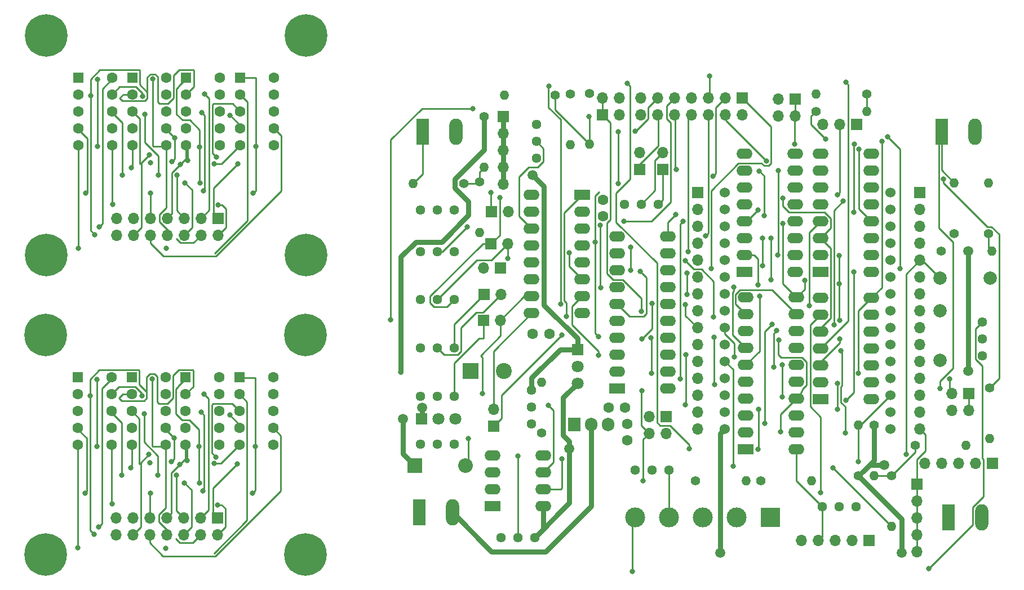
<source format=gbr>
%TF.GenerationSoftware,KiCad,Pcbnew,5.1.10-88a1d61d58~90~ubuntu20.04.1*%
%TF.CreationDate,2021-10-14T14:42:22+02:00*%
%TF.ProjectId,menelaos,6d656e65-6c61-46f7-932e-6b696361645f,rev?*%
%TF.SameCoordinates,Original*%
%TF.FileFunction,Copper,L1,Top*%
%TF.FilePolarity,Positive*%
%FSLAX46Y46*%
G04 Gerber Fmt 4.6, Leading zero omitted, Abs format (unit mm)*
G04 Created by KiCad (PCBNEW 5.1.10-88a1d61d58~90~ubuntu20.04.1) date 2021-10-14 14:42:22*
%MOMM*%
%LPD*%
G01*
G04 APERTURE LIST*
%TA.AperFunction,ComponentPad*%
%ADD10R,1.700000X1.700000*%
%TD*%
%TA.AperFunction,ComponentPad*%
%ADD11O,1.700000X1.700000*%
%TD*%
%TA.AperFunction,ComponentPad*%
%ADD12C,6.400000*%
%TD*%
%TA.AperFunction,ComponentPad*%
%ADD13C,0.800000*%
%TD*%
%TA.AperFunction,ComponentPad*%
%ADD14R,1.600000X1.600000*%
%TD*%
%TA.AperFunction,ComponentPad*%
%ADD15C,1.600000*%
%TD*%
%TA.AperFunction,ComponentPad*%
%ADD16C,2.000000*%
%TD*%
%TA.AperFunction,ComponentPad*%
%ADD17O,1.980000X3.960000*%
%TD*%
%TA.AperFunction,ComponentPad*%
%ADD18R,1.980000X3.960000*%
%TD*%
%TA.AperFunction,ComponentPad*%
%ADD19O,2.400000X1.600000*%
%TD*%
%TA.AperFunction,ComponentPad*%
%ADD20R,2.400000X1.600000*%
%TD*%
%TA.AperFunction,ComponentPad*%
%ADD21R,2.400000X2.400000*%
%TD*%
%TA.AperFunction,ComponentPad*%
%ADD22C,2.400000*%
%TD*%
%TA.AperFunction,ComponentPad*%
%ADD23R,2.200000X2.200000*%
%TD*%
%TA.AperFunction,ComponentPad*%
%ADD24O,2.200000X2.200000*%
%TD*%
%TA.AperFunction,ComponentPad*%
%ADD25C,3.000000*%
%TD*%
%TA.AperFunction,ComponentPad*%
%ADD26R,3.000000X3.000000*%
%TD*%
%TA.AperFunction,ComponentPad*%
%ADD27R,1.905000X2.000000*%
%TD*%
%TA.AperFunction,ComponentPad*%
%ADD28O,1.905000X2.000000*%
%TD*%
%TA.AperFunction,ComponentPad*%
%ADD29O,1.400000X1.400000*%
%TD*%
%TA.AperFunction,ComponentPad*%
%ADD30C,1.400000*%
%TD*%
%TA.AperFunction,ComponentPad*%
%ADD31C,1.440000*%
%TD*%
%TA.AperFunction,ComponentPad*%
%ADD32C,1.800000*%
%TD*%
%TA.AperFunction,ComponentPad*%
%ADD33R,1.800000X1.800000*%
%TD*%
%TA.AperFunction,ComponentPad*%
%ADD34C,1.524000*%
%TD*%
%TA.AperFunction,ViaPad*%
%ADD35C,0.800000*%
%TD*%
%TA.AperFunction,ViaPad*%
%ADD36C,1.500000*%
%TD*%
%TA.AperFunction,Conductor*%
%ADD37C,0.250000*%
%TD*%
%TA.AperFunction,Conductor*%
%ADD38C,0.800000*%
%TD*%
G04 APERTURE END LIST*
D10*
%TO.P,J21,1*%
%TO.N,N/C*%
X85780000Y-103000000D03*
D11*
%TO.P,J21,14*%
X85780000Y-105540000D03*
%TO.P,J21,2*%
X83240000Y-103000000D03*
%TO.P,J21,13*%
X83240000Y-105540000D03*
%TO.P,J21,3*%
X80700000Y-103000000D03*
%TO.P,J21,12*%
X80700000Y-105540000D03*
%TO.P,J21,4*%
X78160000Y-103000000D03*
%TO.P,J21,11*%
X78160000Y-105540000D03*
%TO.P,J21,5*%
X75620000Y-103000000D03*
%TO.P,J21,10*%
X75620000Y-105540000D03*
%TO.P,J21,6*%
X73080000Y-103000000D03*
%TO.P,J21,9*%
X73080000Y-105540000D03*
%TO.P,J21,7*%
X70540000Y-103000000D03*
%TO.P,J21,8*%
X70540000Y-105540000D03*
%TD*%
D12*
%TO.P,H3,1*%
%TO.N,N/C*%
X59980000Y-108500000D03*
D13*
X62380000Y-108500000D03*
X61677056Y-110197056D03*
X59980000Y-110900000D03*
X58282944Y-110197056D03*
X57580000Y-108500000D03*
X58282944Y-106802944D03*
X59980000Y-106100000D03*
X61677056Y-106802944D03*
%TD*%
D12*
%TO.P,H1,1*%
%TO.N,N/C*%
X98980000Y-75500000D03*
D13*
X101380000Y-75500000D03*
X100677056Y-77197056D03*
X98980000Y-77900000D03*
X97282944Y-77197056D03*
X96580000Y-75500000D03*
X97282944Y-73802944D03*
X98980000Y-73100000D03*
X100677056Y-73802944D03*
%TD*%
D14*
%TO.P,U14,1*%
%TO.N,N/C*%
X64800000Y-81840000D03*
D15*
%TO.P,U14,2*%
X64800000Y-84380000D03*
%TO.P,U14,3*%
X64800000Y-86920000D03*
%TO.P,U14,4*%
X64800000Y-89460000D03*
%TO.P,U14,5*%
X64800000Y-92000000D03*
%TO.P,U14,6*%
X69880000Y-92000000D03*
%TO.P,U14,7*%
X69880000Y-89460000D03*
%TO.P,U14,8*%
X69880000Y-86920000D03*
%TO.P,U14,9*%
X69880000Y-84380000D03*
%TO.P,U14,10*%
X69880000Y-81840000D03*
%TD*%
%TO.P,U12,10*%
%TO.N,N/C*%
X94180000Y-81840000D03*
%TO.P,U12,9*%
X94180000Y-84380000D03*
%TO.P,U12,8*%
X94180000Y-86920000D03*
%TO.P,U12,7*%
X94180000Y-89460000D03*
%TO.P,U12,6*%
X94180000Y-92000000D03*
%TO.P,U12,5*%
X89100000Y-92000000D03*
%TO.P,U12,4*%
X89100000Y-89460000D03*
%TO.P,U12,3*%
X89100000Y-86920000D03*
%TO.P,U12,2*%
X89100000Y-84380000D03*
D14*
%TO.P,U12,1*%
X89100000Y-81840000D03*
%TD*%
%TO.P,U10,1*%
%TO.N,N/C*%
X81000000Y-81840000D03*
D15*
%TO.P,U10,2*%
X81000000Y-84380000D03*
%TO.P,U10,3*%
X81000000Y-86920000D03*
%TO.P,U10,4*%
X81000000Y-89460000D03*
%TO.P,U10,5*%
X81000000Y-92000000D03*
%TO.P,U10,6*%
X86080000Y-92000000D03*
%TO.P,U10,7*%
X86080000Y-89460000D03*
%TO.P,U10,8*%
X86080000Y-86920000D03*
%TO.P,U10,9*%
X86080000Y-84380000D03*
%TO.P,U10,10*%
X86080000Y-81840000D03*
%TD*%
%TO.P,U8,10*%
%TO.N,N/C*%
X77980000Y-81840000D03*
%TO.P,U8,9*%
X77980000Y-84380000D03*
%TO.P,U8,8*%
X77980000Y-86920000D03*
%TO.P,U8,7*%
X77980000Y-89460000D03*
%TO.P,U8,6*%
X77980000Y-92000000D03*
%TO.P,U8,5*%
X72900000Y-92000000D03*
%TO.P,U8,4*%
X72900000Y-89460000D03*
%TO.P,U8,3*%
X72900000Y-86920000D03*
%TO.P,U8,2*%
X72900000Y-84380000D03*
D14*
%TO.P,U8,1*%
X72900000Y-81840000D03*
%TD*%
D12*
%TO.P,H2,1*%
%TO.N,N/C*%
X59980000Y-75500000D03*
D13*
X62380000Y-75500000D03*
X61677056Y-77197056D03*
X59980000Y-77900000D03*
X58282944Y-77197056D03*
X57580000Y-75500000D03*
X58282944Y-73802944D03*
X59980000Y-73100000D03*
X61677056Y-73802944D03*
%TD*%
D12*
%TO.P,H4,1*%
%TO.N,N/C*%
X98980000Y-108500000D03*
D13*
X101380000Y-108500000D03*
X100677056Y-110197056D03*
X98980000Y-110900000D03*
X97282944Y-110197056D03*
X96580000Y-108500000D03*
X97282944Y-106802944D03*
X98980000Y-106100000D03*
X100677056Y-106802944D03*
%TD*%
D11*
%TO.P,J2,2*%
%TO.N,_ones*%
X146090000Y-84910000D03*
%TO.P,J2,3*%
%TO.N,_onesBoard*%
X143550000Y-84910000D03*
%TO.P,J2,1*%
%TO.N,ones33*%
X146090000Y-87450000D03*
D10*
%TO.P,J2,4*%
%TO.N,_onesBoard*%
X143550000Y-87450000D03*
%TD*%
D11*
%TO.P,J21,8*%
%TO.N,Net-(J21-Pad8)*%
X70460000Y-150640000D03*
%TO.P,J21,7*%
%TO.N,Net-(J21-Pad7)*%
X70460000Y-148100000D03*
%TO.P,J21,9*%
%TO.N,+g*%
X73000000Y-150640000D03*
%TO.P,J21,6*%
%TO.N,+f*%
X73000000Y-148100000D03*
%TO.P,J21,10*%
%TO.N,+dp*%
X75540000Y-150640000D03*
%TO.P,J21,5*%
%TO.N,+e*%
X75540000Y-148100000D03*
%TO.P,J21,11*%
%TO.N,+ones*%
X78080000Y-150640000D03*
%TO.P,J21,4*%
%TO.N,+d*%
X78080000Y-148100000D03*
%TO.P,J21,12*%
%TO.N,+tens*%
X80620000Y-150640000D03*
%TO.P,J21,3*%
%TO.N,+c*%
X80620000Y-148100000D03*
%TO.P,J21,13*%
%TO.N,+hundreds*%
X83160000Y-150640000D03*
%TO.P,J21,2*%
%TO.N,+b*%
X83160000Y-148100000D03*
%TO.P,J21,14*%
%TO.N,+thousands*%
X85700000Y-150640000D03*
D10*
%TO.P,J21,1*%
%TO.N,+a*%
X85700000Y-148100000D03*
%TD*%
D11*
%TO.P,J20,8*%
%TO.N,Net-(J20-Pad8)*%
X149260000Y-87490000D03*
%TO.P,J20,7*%
%TO.N,Net-(J20-Pad7)*%
X149260000Y-84950000D03*
%TO.P,J20,9*%
%TO.N,_g*%
X151800000Y-87490000D03*
%TO.P,J20,6*%
%TO.N,_f*%
X151800000Y-84950000D03*
%TO.P,J20,10*%
%TO.N,_dp*%
X154340000Y-87490000D03*
%TO.P,J20,5*%
%TO.N,_e*%
X154340000Y-84950000D03*
%TO.P,J20,11*%
%TO.N,ones*%
X156880000Y-87490000D03*
%TO.P,J20,4*%
%TO.N,_d*%
X156880000Y-84950000D03*
%TO.P,J20,12*%
%TO.N,tens*%
X159420000Y-87490000D03*
%TO.P,J20,3*%
%TO.N,_c*%
X159420000Y-84950000D03*
%TO.P,J20,13*%
%TO.N,hundreds*%
X161960000Y-87490000D03*
%TO.P,J20,2*%
%TO.N,_b*%
X161960000Y-84950000D03*
%TO.P,J20,14*%
%TO.N,thousands*%
X164500000Y-87490000D03*
D10*
%TO.P,J20,1*%
%TO.N,_a*%
X164500000Y-84950000D03*
%TD*%
D13*
%TO.P,H4,1*%
%TO.N,N/C*%
X100597056Y-151902944D03*
X98900000Y-151200000D03*
X97202944Y-151902944D03*
X96500000Y-153600000D03*
X97202944Y-155297056D03*
X98900000Y-156000000D03*
X100597056Y-155297056D03*
X101300000Y-153600000D03*
D12*
X98900000Y-153600000D03*
%TD*%
D13*
%TO.P,H3,1*%
%TO.N,N/C*%
X61597056Y-151902944D03*
X59900000Y-151200000D03*
X58202944Y-151902944D03*
X57500000Y-153600000D03*
X58202944Y-155297056D03*
X59900000Y-156000000D03*
X61597056Y-155297056D03*
X62300000Y-153600000D03*
D12*
X59900000Y-153600000D03*
%TD*%
D13*
%TO.P,H2,1*%
%TO.N,N/C*%
X61597056Y-118902944D03*
X59900000Y-118200000D03*
X58202944Y-118902944D03*
X57500000Y-120600000D03*
X58202944Y-122297056D03*
X59900000Y-123000000D03*
X61597056Y-122297056D03*
X62300000Y-120600000D03*
D12*
X59900000Y-120600000D03*
%TD*%
D13*
%TO.P,H1,1*%
%TO.N,N/C*%
X100597056Y-118902944D03*
X98900000Y-118200000D03*
X97202944Y-118902944D03*
X96500000Y-120600000D03*
X97202944Y-122297056D03*
X98900000Y-123000000D03*
X100597056Y-122297056D03*
X101300000Y-120600000D03*
D12*
X98900000Y-120600000D03*
%TD*%
D15*
%TO.P,Murata-Ceramic-Capacitor-50v1-22uF1,2*%
%TO.N,POWER-IN-*%
X147300000Y-133900000D03*
%TO.P,Murata-Ceramic-Capacitor-50v1-22uF1,1*%
%TO.N,+12V*%
X147300000Y-136400000D03*
%TD*%
D16*
%TO.P,C2,2*%
%TO.N,POWER-IN-*%
X194300000Y-124400000D03*
%TO.P,C2,1*%
%TO.N,_chB*%
X194300000Y-116900000D03*
%TD*%
%TO.P,C3,2*%
%TO.N,POWER-IN-*%
X201800000Y-112050000D03*
%TO.P,C3,1*%
%TO.N,_chA*%
X194300000Y-112050000D03*
%TD*%
D15*
%TO.P,Murata-Ceramic-Capacitor-50v1-22uF2,2*%
%TO.N,POWER-IN-*%
X144450000Y-131450000D03*
%TO.P,Murata-Ceramic-Capacitor-50v1-22uF2,1*%
%TO.N,+12V*%
X146950000Y-131450000D03*
%TD*%
%TO.P,Murata-Ceramic-Capacitor-50v1-22uF3,2*%
%TO.N,POWER-IN-*%
X143600000Y-100200000D03*
%TO.P,Murata-Ceramic-Capacitor-50v1-22uF3,1*%
%TO.N,+5VP*%
X143600000Y-102700000D03*
%TD*%
%TO.P,Murata-Ceramic-Capacitor-50v1-22uF4,2*%
%TO.N,POWER-IN-*%
X133050000Y-120400000D03*
%TO.P,Murata-Ceramic-Capacitor-50v1-22uF4,1*%
%TO.N,+5VL*%
X135550000Y-120400000D03*
%TD*%
D17*
%TO.P,S4,2*%
%TO.N,POWER-IN+*%
X121000000Y-147250000D03*
D18*
%TO.P,S4,1*%
%TO.N,POWER-IN-*%
X116000000Y-147250000D03*
%TD*%
D19*
%TO.P,U16,8*%
%TO.N,+5VL*%
X134670000Y-146300000D03*
%TO.P,U16,4*%
%TO.N,POWER-IN-*%
X127050000Y-138680000D03*
%TO.P,U16,7*%
%TO.N,_save*%
X134670000Y-143760000D03*
%TO.P,U16,3*%
%TO.N,Net-(U16-Pad3)*%
X127050000Y-141220000D03*
%TO.P,U16,6*%
%TO.N,Net-(RV9-Pad2)*%
X134670000Y-141220000D03*
%TO.P,U16,2*%
%TO.N,Net-(U16-Pad2)*%
X127050000Y-143760000D03*
%TO.P,U16,5*%
%TO.N,Net-(RV10-Pad2)*%
X134670000Y-138680000D03*
D20*
%TO.P,U16,1*%
%TO.N,Net-(U16-Pad1)*%
X127050000Y-146300000D03*
%TD*%
D21*
%TO.P,C1,1*%
%TO.N,+5VL*%
X123700000Y-126000000D03*
D22*
%TO.P,C1,2*%
%TO.N,POWER-IN-*%
X128700000Y-126000000D03*
%TD*%
D23*
%TO.P,D1,1*%
%TO.N,+12V*%
X115350000Y-140175000D03*
D24*
%TO.P,D1,2*%
%TO.N,Net-(D1-Pad2)*%
X122970000Y-140175000D03*
%TD*%
D10*
%TO.P,J1,1*%
%TO.N,POWER-IN-*%
X202150000Y-139850000D03*
D11*
%TO.P,J1,2*%
X199610000Y-139850000D03*
%TO.P,J1,3*%
X197070000Y-139850000D03*
%TO.P,J1,4*%
X194530000Y-139850000D03*
%TO.P,J1,5*%
X191990000Y-139850000D03*
%TD*%
D10*
%TO.P,J3,1*%
%TO.N,+12V*%
X128650000Y-87700000D03*
D11*
%TO.P,J3,2*%
X128650000Y-90240000D03*
%TO.P,J3,3*%
X128650000Y-92780000D03*
%TO.P,J3,4*%
X128650000Y-95320000D03*
%TO.P,J3,5*%
X128650000Y-97860000D03*
%TD*%
%TO.P,J4,5*%
%TO.N,+5VP*%
X173440000Y-151500000D03*
%TO.P,J4,4*%
X175980000Y-151500000D03*
%TO.P,J4,3*%
X178520000Y-151500000D03*
%TO.P,J4,2*%
X181060000Y-151500000D03*
D10*
%TO.P,J4,1*%
X183600000Y-151500000D03*
%TD*%
D11*
%TO.P,J5,5*%
%TO.N,+3V3*%
X190800000Y-153160000D03*
%TO.P,J5,4*%
X190800000Y-150620000D03*
%TO.P,J5,3*%
X190800000Y-148080000D03*
%TO.P,J5,2*%
X190800000Y-145540000D03*
D10*
%TO.P,J5,1*%
X190800000Y-143000000D03*
%TD*%
%TO.P,J6,4*%
%TO.N,_thousandsBoard*%
X198600000Y-129350000D03*
D11*
%TO.P,J6,1*%
%TO.N,thousands33*%
X196060000Y-129350000D03*
%TO.P,J6,3*%
%TO.N,_thousandsBoard*%
X198600000Y-131890000D03*
%TO.P,J6,2*%
%TO.N,_thousands*%
X196060000Y-131890000D03*
%TD*%
D10*
%TO.P,J7,4*%
%TO.N,_tensBoard*%
X153100000Y-132800000D03*
D11*
%TO.P,J7,1*%
%TO.N,Net-(J7-Pad1)*%
X150560000Y-132800000D03*
%TO.P,J7,3*%
%TO.N,_tensBoard*%
X153100000Y-135340000D03*
%TO.P,J7,2*%
%TO.N,_tens*%
X150560000Y-135340000D03*
%TD*%
%TO.P,J8,2*%
%TO.N,_hundreds*%
X169960000Y-87640000D03*
%TO.P,J8,3*%
%TO.N,_hundredsBoard*%
X172500000Y-87640000D03*
%TO.P,J8,1*%
%TO.N,hundreds33*%
X169960000Y-85100000D03*
D10*
%TO.P,J8,4*%
%TO.N,_hundredsBoard*%
X172500000Y-85100000D03*
%TD*%
D11*
%TO.P,J9,15*%
%TO.N,+5VL*%
X157850000Y-134710000D03*
%TO.P,J9,14*%
%TO.N,POWER-IN-*%
X157850000Y-132170000D03*
%TO.P,J9,13*%
%TO.N,_mode*%
X157850000Y-129630000D03*
%TO.P,J9,12*%
%TO.N,_dpBoard*%
X157850000Y-127090000D03*
%TO.P,J9,11*%
%TO.N,_zero*%
X157850000Y-124550000D03*
%TO.P,J9,10*%
%TO.N,_a1*%
X157850000Y-122010000D03*
%TO.P,J9,9*%
%TO.N,_a2*%
X157850000Y-119470000D03*
%TO.P,J9,8*%
%TO.N,_onesBoard*%
X157850000Y-116930000D03*
%TO.P,J9,7*%
%TO.N,Net-(J9-Pad7)*%
X157850000Y-114390000D03*
%TO.P,J9,6*%
%TO.N,_clk*%
X157850000Y-111850000D03*
%TO.P,J9,5*%
%TO.N,Net-(J9-Pad5)*%
X157850000Y-109310000D03*
%TO.P,J9,4*%
%TO.N,_config*%
X157850000Y-106770000D03*
%TO.P,J9,3*%
%TO.N,Net-(J9-Pad3)*%
X157850000Y-104230000D03*
%TO.P,J9,2*%
%TO.N,Net-(J9-Pad2)*%
X157850000Y-101690000D03*
D10*
%TO.P,J9,1*%
%TO.N,Net-(J9-Pad1)*%
X157850000Y-99150000D03*
%TD*%
%TO.P,J10,1*%
%TO.N,_tensBoard*%
X191250000Y-99150000D03*
D11*
%TO.P,J10,2*%
%TO.N,_hundredsBoard*%
X191250000Y-101690000D03*
%TO.P,J10,3*%
%TO.N,Net-(J10-Pad3)*%
X191250000Y-104230000D03*
%TO.P,J10,4*%
%TO.N,Net-(J10-Pad4)*%
X191250000Y-106770000D03*
%TO.P,J10,5*%
%TO.N,_chA*%
X191250000Y-109310000D03*
%TO.P,J10,6*%
%TO.N,_a4*%
X191250000Y-111850000D03*
%TO.P,J10,7*%
%TO.N,_a3*%
X191250000Y-114390000D03*
%TO.P,J10,8*%
%TO.N,_chB*%
X191250000Y-116930000D03*
%TO.P,J10,9*%
%TO.N,Net-(J10-Pad9)*%
X191250000Y-119470000D03*
%TO.P,J10,10*%
%TO.N,Net-(J10-Pad10)*%
X191250000Y-122010000D03*
%TO.P,J10,11*%
%TO.N,_thousandsBoard*%
X191250000Y-124550000D03*
%TO.P,J10,12*%
%TO.N,Net-(J10-Pad12)*%
X191250000Y-127090000D03*
%TO.P,J10,13*%
%TO.N,_save*%
X191250000Y-129630000D03*
%TO.P,J10,14*%
%TO.N,POWER-IN-*%
X191250000Y-132170000D03*
%TO.P,J10,15*%
%TO.N,+3V3*%
X191250000Y-134710000D03*
%TD*%
%TO.P,J11,2*%
%TO.N,a*%
X125710000Y-110500000D03*
D10*
%TO.P,J11,1*%
%TO.N,_a*%
X128250000Y-110500000D03*
%TD*%
D11*
%TO.P,J12,2*%
%TO.N,b*%
X129340000Y-106850000D03*
D10*
%TO.P,J12,1*%
%TO.N,_b*%
X126800000Y-106850000D03*
%TD*%
%TO.P,J13,1*%
%TO.N,_c*%
X125750000Y-114450000D03*
D11*
%TO.P,J13,2*%
%TO.N,c*%
X128290000Y-114450000D03*
%TD*%
D10*
%TO.P,J14,1*%
%TO.N,_d*%
X125650000Y-118350000D03*
D11*
%TO.P,J14,2*%
%TO.N,d*%
X128190000Y-118350000D03*
%TD*%
D10*
%TO.P,J15,1*%
%TO.N,_e*%
X127200000Y-134300000D03*
D11*
%TO.P,J15,2*%
%TO.N,e*%
X127200000Y-131760000D03*
%TD*%
%TO.P,J16,2*%
%TO.N,f*%
X129390000Y-102000000D03*
D10*
%TO.P,J16,1*%
%TO.N,_f*%
X126850000Y-102000000D03*
%TD*%
D11*
%TO.P,J17,2*%
%TO.N,g*%
X149100000Y-93160000D03*
D10*
%TO.P,J17,1*%
%TO.N,_g*%
X149100000Y-95700000D03*
%TD*%
%TO.P,J18,1*%
%TO.N,_dp*%
X152600000Y-95700000D03*
D11*
%TO.P,J18,2*%
%TO.N,_dpBoard*%
X152600000Y-93160000D03*
%TD*%
D10*
%TO.P,J19,1*%
%TO.N,+5VP*%
X181750000Y-88900000D03*
D11*
%TO.P,J19,2*%
%TO.N,Net-(J19-Pad2)*%
X179210000Y-88900000D03*
%TO.P,J19,3*%
%TO.N,POWER-IN-*%
X176670000Y-88900000D03*
%TD*%
D25*
%TO.P,J23,2*%
%TO.N,POWER-IN-*%
X163670000Y-148000000D03*
%TO.P,J23,3*%
%TO.N,white*%
X158590000Y-148000000D03*
D26*
%TO.P,J23,1*%
%TO.N,POWER-IN-*%
X168750000Y-148000000D03*
D25*
%TO.P,J23,4*%
%TO.N,yellow*%
X153510000Y-148000000D03*
%TO.P,J23,5*%
%TO.N,gray*%
X148430000Y-148000000D03*
%TD*%
D27*
%TO.P,Q1,1*%
%TO.N,Net-(D1-Pad2)*%
X139300000Y-134050000D03*
D28*
%TO.P,Q1,2*%
%TO.N,POWER-IN+*%
X141840000Y-134050000D03*
%TO.P,Q1,3*%
%TO.N,+12V*%
X144380000Y-134050000D03*
%TD*%
D29*
%TO.P,R1,2*%
%TO.N,ones33*%
X141600000Y-91870000D03*
D30*
%TO.P,R1,1*%
%TO.N,_ones*%
X141600000Y-84250000D03*
%TD*%
%TO.P,R2,1*%
%TO.N,ones33*%
X136450000Y-84450000D03*
D29*
%TO.P,R2,2*%
%TO.N,POWER-IN-*%
X128830000Y-84450000D03*
%TD*%
D30*
%TO.P,R3,1*%
%TO.N,_tens*%
X157550000Y-142500000D03*
D29*
%TO.P,R3,2*%
%TO.N,tens33*%
X165170000Y-142500000D03*
%TD*%
D30*
%TO.P,R4,1*%
%TO.N,tens33*%
X167300000Y-142500000D03*
D29*
%TO.P,R4,2*%
%TO.N,POWER-IN-*%
X174920000Y-142500000D03*
%TD*%
%TO.P,R5,2*%
%TO.N,hundreds33*%
X183220000Y-86950000D03*
D30*
%TO.P,R5,1*%
%TO.N,_hundreds*%
X175600000Y-86950000D03*
%TD*%
%TO.P,R6,1*%
%TO.N,hundreds33*%
X183250000Y-84350000D03*
D29*
%TO.P,R6,2*%
%TO.N,POWER-IN-*%
X175630000Y-84350000D03*
%TD*%
D30*
%TO.P,R7,1*%
%TO.N,_thousands*%
X138750000Y-84300000D03*
D29*
%TO.P,R7,2*%
%TO.N,thousands33*%
X138750000Y-91920000D03*
%TD*%
%TO.P,R8,2*%
%TO.N,POWER-IN-*%
X201700000Y-136120000D03*
D30*
%TO.P,R8,1*%
%TO.N,thousands33*%
X201700000Y-128500000D03*
%TD*%
D29*
%TO.P,R9,2*%
%TO.N,POWER-IN-*%
X134375000Y-127630000D03*
D30*
%TO.P,R9,1*%
%TO.N,Net-(D1-Pad2)*%
X134375000Y-135250000D03*
%TD*%
D29*
%TO.P,R10,2*%
%TO.N,_save*%
X182025000Y-134130000D03*
D30*
%TO.P,R10,1*%
%TO.N,+5VL*%
X182025000Y-141750000D03*
%TD*%
D29*
%TO.P,R11,2*%
%TO.N,Net-(R11-Pad2)*%
X184350000Y-141720000D03*
D30*
%TO.P,R11,1*%
%TO.N,+5VL*%
X184350000Y-134100000D03*
%TD*%
%TO.P,R12,1*%
%TO.N,Net-(R11-Pad2)*%
X190550000Y-137150000D03*
D29*
%TO.P,R12,2*%
%TO.N,POWER-IN-*%
X198170000Y-137150000D03*
%TD*%
%TO.P,R13,2*%
%TO.N,Net-(R13-Pad2)*%
X202020000Y-107950000D03*
D30*
%TO.P,R13,1*%
%TO.N,+5VL*%
X194400000Y-107950000D03*
%TD*%
%TO.P,R14,1*%
%TO.N,Net-(R11-Pad2)*%
X187000000Y-141750000D03*
D29*
%TO.P,R14,2*%
%TO.N,_zero*%
X187000000Y-149370000D03*
%TD*%
D30*
%TO.P,R15,1*%
%TO.N,Net-(R13-Pad2)*%
X201500000Y-105300000D03*
D29*
%TO.P,R15,2*%
%TO.N,POWER-IN-*%
X201500000Y-97680000D03*
%TD*%
D30*
%TO.P,R16,1*%
%TO.N,+5VL*%
X125750000Y-87750000D03*
D29*
%TO.P,R16,2*%
%TO.N,Net-(R16-Pad2)*%
X125750000Y-95370000D03*
%TD*%
%TO.P,R17,2*%
%TO.N,POWER-IN-*%
X125050000Y-105170000D03*
D30*
%TO.P,R17,1*%
%TO.N,Net-(R16-Pad2)*%
X125050000Y-97550000D03*
%TD*%
%TO.P,R18,1*%
%TO.N,Net-(R13-Pad2)*%
X196400000Y-105300000D03*
D29*
%TO.P,R18,2*%
%TO.N,_mode*%
X196400000Y-97680000D03*
%TD*%
%TO.P,R19,2*%
%TO.N,_config*%
X115130000Y-97750000D03*
D30*
%TO.P,R19,1*%
%TO.N,Net-(R16-Pad2)*%
X122750000Y-97750000D03*
%TD*%
D31*
%TO.P,RV1,1*%
%TO.N,_a*%
X121250000Y-108000000D03*
%TO.P,RV1,2*%
%TO.N,a*%
X118710000Y-108000000D03*
%TO.P,RV1,3*%
%TO.N,POWER-IN-*%
X116170000Y-108000000D03*
%TD*%
%TO.P,RV2,3*%
%TO.N,POWER-IN-*%
X116170000Y-115250000D03*
%TO.P,RV2,2*%
%TO.N,b*%
X118710000Y-115250000D03*
%TO.P,RV2,1*%
%TO.N,_b*%
X121250000Y-115250000D03*
%TD*%
%TO.P,RV3,1*%
%TO.N,_c*%
X121250000Y-122500000D03*
%TO.P,RV3,2*%
%TO.N,c*%
X118710000Y-122500000D03*
%TO.P,RV3,3*%
%TO.N,POWER-IN-*%
X116170000Y-122500000D03*
%TD*%
%TO.P,RV4,3*%
%TO.N,POWER-IN-*%
X116170000Y-129750000D03*
%TO.P,RV4,2*%
%TO.N,d*%
X118710000Y-129750000D03*
%TO.P,RV4,1*%
%TO.N,_d*%
X121250000Y-129750000D03*
%TD*%
%TO.P,RV5,1*%
%TO.N,_e*%
X121250000Y-137000000D03*
%TO.P,RV5,2*%
%TO.N,e*%
X118710000Y-137000000D03*
%TO.P,RV5,3*%
%TO.N,POWER-IN-*%
X116170000Y-137000000D03*
%TD*%
%TO.P,RV6,3*%
%TO.N,POWER-IN-*%
X116170000Y-101750000D03*
%TO.P,RV6,2*%
%TO.N,f*%
X118710000Y-101750000D03*
%TO.P,RV6,1*%
%TO.N,_f*%
X121250000Y-101750000D03*
%TD*%
%TO.P,RV7,1*%
%TO.N,_g*%
X133600000Y-94000000D03*
%TO.P,RV7,2*%
%TO.N,g*%
X133600000Y-91460000D03*
%TO.P,RV7,3*%
%TO.N,POWER-IN-*%
X133600000Y-88920000D03*
%TD*%
%TO.P,RV8,1*%
%TO.N,_dp*%
X151900000Y-100900000D03*
%TO.P,RV8,2*%
%TO.N,_dpBoard*%
X149360000Y-100900000D03*
%TO.P,RV8,3*%
%TO.N,POWER-IN-*%
X146820000Y-100900000D03*
%TD*%
%TO.P,RV9,3*%
%TO.N,POWER-IN-*%
X132900000Y-133930000D03*
%TO.P,RV9,2*%
%TO.N,Net-(RV9-Pad2)*%
X132900000Y-131390000D03*
%TO.P,RV9,1*%
%TO.N,+12V*%
X132900000Y-128850000D03*
%TD*%
%TO.P,RV10,1*%
%TO.N,+5VL*%
X133350000Y-151050000D03*
%TO.P,RV10,2*%
%TO.N,Net-(RV10-Pad2)*%
X130810000Y-151050000D03*
%TO.P,RV10,3*%
%TO.N,POWER-IN-*%
X128270000Y-151050000D03*
%TD*%
%TO.P,RV11,3*%
%TO.N,POWER-IN-*%
X200600000Y-123680000D03*
%TO.P,RV11,2*%
%TO.N,_chB*%
X200600000Y-121140000D03*
%TO.P,RV11,1*%
%TO.N,gray*%
X200600000Y-118600000D03*
%TD*%
%TO.P,RV12,3*%
%TO.N,POWER-IN-*%
X148470000Y-140850000D03*
%TO.P,RV12,2*%
%TO.N,_chA*%
X151010000Y-140850000D03*
%TO.P,RV12,1*%
%TO.N,yellow*%
X153550000Y-140850000D03*
%TD*%
%TO.P,RV13,1*%
%TO.N,+5VP*%
X176550000Y-146350000D03*
%TO.P,RV13,2*%
%TO.N,white*%
X179090000Y-146350000D03*
%TO.P,RV13,3*%
%TO.N,POWER-IN-*%
X181630000Y-146350000D03*
%TD*%
D18*
%TO.P,S1,1*%
%TO.N,_zero*%
X195500000Y-148000000D03*
D17*
%TO.P,S1,2*%
%TO.N,POWER-IN-*%
X200500000Y-148000000D03*
%TD*%
D18*
%TO.P,S2,1*%
%TO.N,_mode*%
X194500000Y-90000000D03*
D17*
%TO.P,S2,2*%
%TO.N,POWER-IN-*%
X199500000Y-90000000D03*
%TD*%
%TO.P,S3,2*%
%TO.N,POWER-IN-*%
X121500000Y-90000000D03*
D18*
%TO.P,S3,1*%
%TO.N,_config*%
X116500000Y-90000000D03*
%TD*%
D19*
%TO.P,U1,20*%
%TO.N,+5VP*%
X172670000Y-137750000D03*
%TO.P,U1,10*%
%TO.N,POWER-IN-*%
X165050000Y-114890000D03*
%TO.P,U1,19*%
%TO.N,_ones*%
X172670000Y-135210000D03*
%TO.P,U1,9*%
%TO.N,/7-segmet-display/BCD_out4*%
X165050000Y-117430000D03*
%TO.P,U1,18*%
%TO.N,/7-segmet-display/BCD_out1*%
X172670000Y-132670000D03*
%TO.P,U1,8*%
%TO.N,_a4*%
X165050000Y-119970000D03*
%TO.P,U1,17*%
%TO.N,_a1*%
X172670000Y-130130000D03*
%TO.P,U1,7*%
%TO.N,/7-segmet-display/BCD_out3*%
X165050000Y-122510000D03*
%TO.P,U1,16*%
%TO.N,/7-segmet-display/BCD_out2*%
X172670000Y-127590000D03*
%TO.P,U1,6*%
%TO.N,_a3*%
X165050000Y-125050000D03*
%TO.P,U1,15*%
%TO.N,_a2*%
X172670000Y-125050000D03*
%TO.P,U1,5*%
%TO.N,/7-segmet-display/BCD_out2*%
X165050000Y-127590000D03*
%TO.P,U1,14*%
%TO.N,/7-segmet-display/BCD_out3*%
X172670000Y-122510000D03*
%TO.P,U1,4*%
%TO.N,_a2*%
X165050000Y-130130000D03*
%TO.P,U1,13*%
%TO.N,_a3*%
X172670000Y-119970000D03*
%TO.P,U1,3*%
%TO.N,/7-segmet-display/BCD_out1*%
X165050000Y-132670000D03*
%TO.P,U1,12*%
%TO.N,/7-segmet-display/BCD_out4*%
X172670000Y-117430000D03*
%TO.P,U1,2*%
%TO.N,_a1*%
X165050000Y-135210000D03*
%TO.P,U1,11*%
%TO.N,_a4*%
X172670000Y-114890000D03*
D20*
%TO.P,U1,1*%
%TO.N,_thousands*%
X165050000Y-137750000D03*
%TD*%
%TO.P,U2,1*%
%TO.N,Net-(U2-Pad1)*%
X164850000Y-111100000D03*
D19*
%TO.P,U2,9*%
%TO.N,Net-(U2-Pad9)*%
X172470000Y-93320000D03*
%TO.P,U2,2*%
%TO.N,Net-(U2-Pad2)*%
X164850000Y-108560000D03*
%TO.P,U2,10*%
%TO.N,Net-(U2-Pad10)*%
X172470000Y-95860000D03*
%TO.P,U2,3*%
%TO.N,Net-(U2-Pad3)*%
X164850000Y-106020000D03*
%TO.P,U2,11*%
%TO.N,Net-(U2-Pad11)*%
X172470000Y-98400000D03*
%TO.P,U2,4*%
%TO.N,Net-(U2-Pad4)*%
X164850000Y-103480000D03*
%TO.P,U2,12*%
%TO.N,Net-(J19-Pad2)*%
X172470000Y-100940000D03*
%TO.P,U2,5*%
%TO.N,Net-(U2-Pad5)*%
X164850000Y-100940000D03*
%TO.P,U2,13*%
%TO.N,POWER-IN-*%
X172470000Y-103480000D03*
%TO.P,U2,6*%
%TO.N,Net-(U2-Pad6)*%
X164850000Y-98400000D03*
%TO.P,U2,14*%
%TO.N,_clk*%
X172470000Y-106020000D03*
%TO.P,U2,7*%
%TO.N,Net-(U2-Pad7)*%
X164850000Y-95860000D03*
%TO.P,U2,15*%
%TO.N,Net-(U2-Pad10)*%
X172470000Y-108560000D03*
%TO.P,U2,8*%
%TO.N,POWER-IN-*%
X164850000Y-93320000D03*
%TO.P,U2,16*%
%TO.N,+5VP*%
X172470000Y-111100000D03*
%TD*%
D20*
%TO.P,U3,1*%
%TO.N,Net-(U2-Pad3)*%
X176300000Y-130250000D03*
D19*
%TO.P,U3,8*%
%TO.N,_hundreds*%
X183920000Y-115010000D03*
%TO.P,U3,2*%
%TO.N,_thousands*%
X176300000Y-127710000D03*
%TO.P,U3,9*%
%TO.N,Net-(U2-Pad7)*%
X183920000Y-117550000D03*
%TO.P,U3,3*%
%TO.N,Net-(U2-Pad2)*%
X176300000Y-125170000D03*
%TO.P,U3,10*%
%TO.N,N/C*%
X183920000Y-120090000D03*
%TO.P,U3,4*%
%TO.N,_ones*%
X176300000Y-122630000D03*
%TO.P,U3,11*%
%TO.N,N/C*%
X183920000Y-122630000D03*
%TO.P,U3,5*%
%TO.N,Net-(U2-Pad4)*%
X176300000Y-120090000D03*
%TO.P,U3,12*%
%TO.N,N/C*%
X183920000Y-125170000D03*
%TO.P,U3,6*%
%TO.N,_tens*%
X176300000Y-117550000D03*
%TO.P,U3,13*%
%TO.N,N/C*%
X183920000Y-127710000D03*
%TO.P,U3,7*%
%TO.N,POWER-IN-*%
X176300000Y-115010000D03*
%TO.P,U3,14*%
%TO.N,+5VP*%
X183920000Y-130250000D03*
%TD*%
%TO.P,U4,16*%
%TO.N,+5VP*%
X132880000Y-99500000D03*
%TO.P,U4,8*%
%TO.N,POWER-IN-*%
X140500000Y-117280000D03*
%TO.P,U4,15*%
%TO.N,f*%
X132880000Y-102040000D03*
%TO.P,U4,7*%
%TO.N,/7-segmet-display/BCD_out1*%
X140500000Y-114740000D03*
%TO.P,U4,14*%
%TO.N,g*%
X132880000Y-104580000D03*
%TO.P,U4,6*%
%TO.N,/7-segmet-display/BCD_out4*%
X140500000Y-112200000D03*
%TO.P,U4,13*%
%TO.N,a*%
X132880000Y-107120000D03*
%TO.P,U4,5*%
%TO.N,POWER-IN-*%
X140500000Y-109660000D03*
%TO.P,U4,12*%
%TO.N,b*%
X132880000Y-109660000D03*
%TO.P,U4,4*%
%TO.N,+5VP*%
X140500000Y-107120000D03*
%TO.P,U4,11*%
%TO.N,c*%
X132880000Y-112200000D03*
%TO.P,U4,3*%
%TO.N,+5VP*%
X140500000Y-104580000D03*
%TO.P,U4,10*%
%TO.N,d*%
X132880000Y-114740000D03*
%TO.P,U4,2*%
%TO.N,/7-segmet-display/BCD_out3*%
X140500000Y-102040000D03*
%TO.P,U4,9*%
%TO.N,e*%
X132880000Y-117280000D03*
D20*
%TO.P,U4,1*%
%TO.N,/7-segmet-display/BCD_out2*%
X140500000Y-99500000D03*
%TD*%
%TO.P,U5,1*%
%TO.N,_tens*%
X145750000Y-128600000D03*
D19*
%TO.P,U5,11*%
%TO.N,_a4*%
X153370000Y-105740000D03*
%TO.P,U5,2*%
%TO.N,_a1*%
X145750000Y-126060000D03*
%TO.P,U5,12*%
%TO.N,/7-segmet-display/BCD_out4*%
X153370000Y-108280000D03*
%TO.P,U5,3*%
%TO.N,/7-segmet-display/BCD_out1*%
X145750000Y-123520000D03*
%TO.P,U5,13*%
%TO.N,_a3*%
X153370000Y-110820000D03*
%TO.P,U5,4*%
%TO.N,_a2*%
X145750000Y-120980000D03*
%TO.P,U5,14*%
%TO.N,/7-segmet-display/BCD_out3*%
X153370000Y-113360000D03*
%TO.P,U5,5*%
%TO.N,/7-segmet-display/BCD_out2*%
X145750000Y-118440000D03*
%TO.P,U5,15*%
%TO.N,_a2*%
X153370000Y-115900000D03*
%TO.P,U5,6*%
%TO.N,_a3*%
X145750000Y-115900000D03*
%TO.P,U5,16*%
%TO.N,/7-segmet-display/BCD_out2*%
X153370000Y-118440000D03*
%TO.P,U5,7*%
%TO.N,/7-segmet-display/BCD_out3*%
X145750000Y-113360000D03*
%TO.P,U5,17*%
%TO.N,_a1*%
X153370000Y-120980000D03*
%TO.P,U5,8*%
%TO.N,_a4*%
X145750000Y-110820000D03*
%TO.P,U5,18*%
%TO.N,/7-segmet-display/BCD_out1*%
X153370000Y-123520000D03*
%TO.P,U5,9*%
%TO.N,/7-segmet-display/BCD_out4*%
X145750000Y-108280000D03*
%TO.P,U5,19*%
%TO.N,_hundreds*%
X153370000Y-126060000D03*
%TO.P,U5,10*%
%TO.N,POWER-IN-*%
X145750000Y-105740000D03*
%TO.P,U5,20*%
%TO.N,+5VP*%
X153370000Y-128600000D03*
%TD*%
D20*
%TO.P,U6,1*%
%TO.N,Net-(U2-Pad3)*%
X176300000Y-111100000D03*
D19*
%TO.P,U6,9*%
%TO.N,Net-(U6-Pad9)*%
X183920000Y-93320000D03*
%TO.P,U6,2*%
%TO.N,Net-(U2-Pad2)*%
X176300000Y-108560000D03*
%TO.P,U6,10*%
%TO.N,Net-(U6-Pad10)*%
X183920000Y-95860000D03*
%TO.P,U6,3*%
%TO.N,Net-(U2-Pad4)*%
X176300000Y-106020000D03*
%TO.P,U6,11*%
%TO.N,Net-(U6-Pad11)*%
X183920000Y-98400000D03*
%TO.P,U6,4*%
%TO.N,Net-(U2-Pad7)*%
X176300000Y-103480000D03*
%TO.P,U6,12*%
%TO.N,Net-(U6-Pad12)*%
X183920000Y-100940000D03*
%TO.P,U6,5*%
%TO.N,Net-(U6-Pad5)*%
X176300000Y-100940000D03*
%TO.P,U6,13*%
%TO.N,hundreds*%
X183920000Y-103480000D03*
%TO.P,U6,6*%
%TO.N,Net-(U6-Pad6)*%
X176300000Y-98400000D03*
%TO.P,U6,14*%
%TO.N,tens*%
X183920000Y-106020000D03*
%TO.P,U6,7*%
%TO.N,Net-(U6-Pad7)*%
X176300000Y-95860000D03*
%TO.P,U6,15*%
%TO.N,ones*%
X183920000Y-108560000D03*
%TO.P,U6,8*%
%TO.N,POWER-IN-*%
X176300000Y-93320000D03*
%TO.P,U6,16*%
%TO.N,thousands*%
X183920000Y-111100000D03*
%TD*%
D14*
%TO.P,U8,1*%
%TO.N,+ones*%
X72820000Y-126940000D03*
D15*
%TO.P,U8,2*%
%TO.N,+f*%
X72820000Y-129480000D03*
%TO.P,U8,3*%
%TO.N,+g*%
X72820000Y-132020000D03*
%TO.P,U8,4*%
%TO.N,+e*%
X72820000Y-134560000D03*
%TO.P,U8,5*%
%TO.N,+d*%
X72820000Y-137100000D03*
%TO.P,U8,6*%
%TO.N,+ones*%
X77900000Y-137100000D03*
%TO.P,U8,7*%
%TO.N,+dp*%
X77900000Y-134560000D03*
%TO.P,U8,8*%
%TO.N,+c*%
X77900000Y-132020000D03*
%TO.P,U8,9*%
%TO.N,+b*%
X77900000Y-129480000D03*
%TO.P,U8,10*%
%TO.N,+a*%
X77900000Y-126940000D03*
%TD*%
%TO.P,U10,10*%
%TO.N,+a*%
X86000000Y-126940000D03*
%TO.P,U10,9*%
%TO.N,+b*%
X86000000Y-129480000D03*
%TO.P,U10,8*%
%TO.N,+c*%
X86000000Y-132020000D03*
%TO.P,U10,7*%
%TO.N,+dp*%
X86000000Y-134560000D03*
%TO.P,U10,6*%
%TO.N,+tens*%
X86000000Y-137100000D03*
%TO.P,U10,5*%
%TO.N,+d*%
X80920000Y-137100000D03*
%TO.P,U10,4*%
%TO.N,+e*%
X80920000Y-134560000D03*
%TO.P,U10,3*%
%TO.N,+g*%
X80920000Y-132020000D03*
%TO.P,U10,2*%
%TO.N,+f*%
X80920000Y-129480000D03*
D14*
%TO.P,U10,1*%
%TO.N,+tens*%
X80920000Y-126940000D03*
%TD*%
%TO.P,U12,1*%
%TO.N,+hundreds*%
X89020000Y-126940000D03*
D15*
%TO.P,U12,2*%
%TO.N,+f*%
X89020000Y-129480000D03*
%TO.P,U12,3*%
%TO.N,+g*%
X89020000Y-132020000D03*
%TO.P,U12,4*%
%TO.N,+e*%
X89020000Y-134560000D03*
%TO.P,U12,5*%
%TO.N,+d*%
X89020000Y-137100000D03*
%TO.P,U12,6*%
%TO.N,+hundreds*%
X94100000Y-137100000D03*
%TO.P,U12,7*%
%TO.N,+dp*%
X94100000Y-134560000D03*
%TO.P,U12,8*%
%TO.N,+c*%
X94100000Y-132020000D03*
%TO.P,U12,9*%
%TO.N,+b*%
X94100000Y-129480000D03*
%TO.P,U12,10*%
%TO.N,+a*%
X94100000Y-126940000D03*
%TD*%
%TO.P,U14,10*%
%TO.N,+a*%
X69800000Y-126940000D03*
%TO.P,U14,9*%
%TO.N,+b*%
X69800000Y-129480000D03*
%TO.P,U14,8*%
%TO.N,+c*%
X69800000Y-132020000D03*
%TO.P,U14,7*%
%TO.N,+dp*%
X69800000Y-134560000D03*
%TO.P,U14,6*%
%TO.N,+thousands*%
X69800000Y-137100000D03*
%TO.P,U14,5*%
%TO.N,+d*%
X64720000Y-137100000D03*
%TO.P,U14,4*%
%TO.N,+e*%
X64720000Y-134560000D03*
%TO.P,U14,3*%
%TO.N,+g*%
X64720000Y-132020000D03*
%TO.P,U14,2*%
%TO.N,+f*%
X64720000Y-129480000D03*
D14*
%TO.P,U14,1*%
%TO.N,+thousands*%
X64720000Y-126940000D03*
%TD*%
D32*
%TO.P,U17,3*%
%TO.N,+5VP*%
X121430000Y-133150000D03*
%TO.P,U17,2*%
%TO.N,POWER-IN-*%
X118890000Y-133150000D03*
D33*
%TO.P,U17,1*%
%TO.N,+12V*%
X116350000Y-133150000D03*
%TD*%
%TO.P,U18,1*%
%TO.N,+12V*%
X139800000Y-122750000D03*
D32*
%TO.P,U18,2*%
%TO.N,POWER-IN-*%
X139800000Y-125290000D03*
%TO.P,U18,3*%
%TO.N,+5VL*%
X139800000Y-127830000D03*
%TD*%
D34*
%TO.P,U24,1*%
%TO.N,Net-(J9-Pad1)*%
X161954000Y-99116000D03*
%TO.P,U24,2*%
%TO.N,Net-(J9-Pad2)*%
X161954000Y-101656000D03*
%TO.P,U24,3*%
%TO.N,Net-(J9-Pad3)*%
X161954000Y-104196000D03*
%TO.P,U24,4*%
%TO.N,_config*%
X161954000Y-106736000D03*
%TO.P,U24,5*%
%TO.N,Net-(J9-Pad5)*%
X161954000Y-109276000D03*
%TO.P,U24,6*%
%TO.N,_clk*%
X161954000Y-111816000D03*
%TO.P,U24,7*%
%TO.N,Net-(J9-Pad7)*%
X161954000Y-114356000D03*
%TO.P,U24,8*%
%TO.N,_onesBoard*%
X161954000Y-116896000D03*
%TO.P,U24,9*%
%TO.N,_a2*%
X161954000Y-119436000D03*
%TO.P,U24,10*%
%TO.N,_a1*%
X161954000Y-121976000D03*
%TO.P,U24,11*%
%TO.N,_zero*%
X161954000Y-124516000D03*
%TO.P,U24,12*%
%TO.N,_dpBoard*%
X161954000Y-127056000D03*
%TO.P,U24,13*%
%TO.N,_mode*%
X161954000Y-129596000D03*
%TO.P,U24,14*%
%TO.N,POWER-IN-*%
X161954000Y-132136000D03*
X161954000Y-132136000D03*
%TO.P,U24,15*%
%TO.N,+5VL*%
X161954000Y-134676000D03*
%TO.P,U24,16*%
%TO.N,+3V3*%
X186846000Y-134676000D03*
%TO.P,U24,17*%
%TO.N,POWER-IN-*%
X186846000Y-132136000D03*
%TO.P,U24,18*%
%TO.N,_save*%
X186846000Y-129596000D03*
%TO.P,U24,19*%
%TO.N,Net-(J10-Pad12)*%
X186846000Y-127056000D03*
%TO.P,U24,20*%
%TO.N,_thousandsBoard*%
X186846000Y-124516000D03*
%TO.P,U24,21*%
%TO.N,Net-(J10-Pad10)*%
X186846000Y-121976000D03*
%TO.P,U24,22*%
%TO.N,Net-(J10-Pad9)*%
X186846000Y-119436000D03*
%TO.P,U24,23*%
%TO.N,_chB*%
X186846000Y-116896000D03*
%TO.P,U24,24*%
%TO.N,_a3*%
X186846000Y-114356000D03*
%TO.P,U24,25*%
%TO.N,_a4*%
X186846000Y-111816000D03*
%TO.P,U24,26*%
%TO.N,_chA*%
X186846000Y-109276000D03*
%TO.P,U24,27*%
%TO.N,Net-(J10-Pad4)*%
X186846000Y-106736000D03*
%TO.P,U24,28*%
%TO.N,Net-(J10-Pad3)*%
X186846000Y-104196000D03*
%TO.P,U24,29*%
%TO.N,_hundredsBoard*%
X186846000Y-101656000D03*
%TO.P,U24,30*%
%TO.N,_tensBoard*%
X186846000Y-99116000D03*
%TD*%
D35*
%TO.N,*%
X75500000Y-93430000D03*
X85570000Y-93830000D03*
X83380000Y-87100000D03*
X83580000Y-98900000D03*
X67280000Y-105450000D03*
X66630000Y-84600000D03*
X75670000Y-94690000D03*
X75670000Y-94690000D03*
X78880000Y-94500000D03*
X79279999Y-90949999D03*
X87620000Y-87500000D03*
X75680000Y-99250000D03*
X65905000Y-99250000D03*
X75980000Y-82050000D03*
X64780000Y-107500000D03*
X77980000Y-107550000D03*
X85250000Y-94790000D03*
X81210000Y-94310000D03*
X80150000Y-94920000D03*
X72734999Y-95415001D03*
X83030000Y-92250000D03*
X83080000Y-97700000D03*
X80830000Y-97700000D03*
X79580000Y-96550000D03*
X71430000Y-96550000D03*
X74780000Y-87350000D03*
X76830000Y-96550000D03*
X91480000Y-92200000D03*
X91080000Y-99250000D03*
X74440000Y-84630000D03*
X83780000Y-84350000D03*
X69930000Y-100900000D03*
X85830000Y-101000000D03*
X67680000Y-82150000D03*
X67680000Y-92200000D03*
X67930000Y-104300000D03*
X88730000Y-94850000D03*
X94180000Y-81840000D03*
D36*
%TO.N,+5VL*%
X138575001Y-137674999D03*
D35*
X113250000Y-126150000D03*
D36*
X198500000Y-107950000D03*
X198500000Y-125950000D03*
X185885851Y-140135851D03*
X188500000Y-153300000D03*
X161250000Y-153300000D03*
D35*
%TO.N,_chA*%
X189150000Y-138475000D03*
D36*
%TO.N,+12V*%
X133025000Y-96475000D03*
X113600000Y-133150000D03*
X116421849Y-131501993D03*
D35*
%TO.N,Net-(D1-Pad2)*%
X123375000Y-136150000D03*
%TO.N,_ones*%
X180100000Y-82550000D03*
X180025000Y-135250000D03*
X179400000Y-122925000D03*
%TO.N,_onesBoard*%
X149400000Y-117000000D03*
X143550000Y-87450000D03*
%TO.N,ones33*%
X141500000Y-87675000D03*
%TO.N,thousands33*%
X195675000Y-127125000D03*
X194797347Y-97102653D03*
%TO.N,_thousands*%
X178850000Y-131725000D03*
X178825000Y-127800000D03*
X167025000Y-131725000D03*
X166950000Y-137775000D03*
X156550000Y-137675000D03*
X147262347Y-82712347D03*
%TO.N,_tensBoard*%
X179725000Y-100425000D03*
X178300000Y-119075000D03*
X169025000Y-118975000D03*
X167950000Y-133875000D03*
%TO.N,_tens*%
X149650000Y-142500000D03*
X176350000Y-144250001D03*
X149475000Y-128925000D03*
%TO.N,_hundreds*%
X177100000Y-91125000D03*
X185500000Y-91425000D03*
X182000000Y-126350000D03*
%TO.N,_hundredsBoard*%
X181325000Y-102075000D03*
X181400000Y-91850000D03*
X172375000Y-91825000D03*
%TO.N,_mode*%
X194266693Y-128591999D03*
%TO.N,_dpBoard*%
X155625000Y-103475000D03*
X155225000Y-127125000D03*
%TO.N,_zero*%
X163175000Y-140275000D03*
X178180000Y-140550000D03*
%TO.N,_a1*%
X150875000Y-126300000D03*
X150825000Y-120950000D03*
X170300000Y-135125000D03*
X170050000Y-121325000D03*
%TO.N,_a2*%
X170575000Y-125050000D03*
X170575000Y-129875000D03*
X156025000Y-116025000D03*
X149450000Y-121125000D03*
X150975000Y-115850000D03*
X163375000Y-123850000D03*
%TO.N,_clk*%
X168850000Y-106025000D03*
X168850000Y-112225000D03*
%TO.N,_a4*%
X147800000Y-107350000D03*
X147750000Y-110825000D03*
X154550000Y-102425000D03*
X170675000Y-103825000D03*
X173900000Y-112314990D03*
%TO.N,_a3*%
X167125000Y-114700000D03*
X169725000Y-119875000D03*
X169250000Y-125350000D03*
X149250000Y-111025000D03*
X156225000Y-111275000D03*
X156250000Y-114425000D03*
%TO.N,_save*%
X181950000Y-139600000D03*
X137475000Y-139225000D03*
%TO.N,a*%
X123263618Y-104263618D03*
%TO.N,_a*%
X159875000Y-110550000D03*
%TO.N,b*%
X129350000Y-109025000D03*
%TO.N,_b*%
X160149990Y-96725000D03*
X128100000Y-99900010D03*
%TO.N,_c*%
X137250000Y-115875000D03*
X135475000Y-83125000D03*
X159625000Y-81575000D03*
%TO.N,_d*%
X124075000Y-86500000D03*
X111750000Y-118300000D03*
%TO.N,d*%
X125550000Y-129350000D03*
%TO.N,_e*%
X137425000Y-120600000D03*
X142950000Y-120775000D03*
X146774046Y-103425954D03*
X142474999Y-106625001D03*
%TO.N,_f*%
X145900000Y-97825000D03*
X126800000Y-99150000D03*
X148450000Y-89900000D03*
X145900000Y-90000000D03*
%TO.N,_dp*%
X154625000Y-95700000D03*
%TO.N,Net-(J19-Pad2)*%
X178850000Y-99475000D03*
%TO.N,thousands*%
X186375000Y-90750000D03*
X188275000Y-110600000D03*
%TO.N,hundreds*%
X182050000Y-92618222D03*
X168150000Y-94375000D03*
%TO.N,tens*%
X159000000Y-105675000D03*
%TO.N,ones*%
X156400000Y-108050000D03*
%TO.N,+g*%
X75420000Y-138530000D03*
X85490000Y-138930000D03*
X83300000Y-132200000D03*
X83500000Y-144000000D03*
%TO.N,+f*%
X67200000Y-150550000D03*
X66550000Y-129700000D03*
%TO.N,+dp*%
X75590000Y-139790000D03*
X75590000Y-139790000D03*
X78800000Y-139600000D03*
X79199999Y-136049999D03*
%TO.N,+e*%
X87540000Y-132600000D03*
X75600000Y-144350000D03*
X65825000Y-144350000D03*
%TO.N,+ones*%
X75900000Y-127150000D03*
%TO.N,+d*%
X64700000Y-152600000D03*
X77900000Y-152650000D03*
X85170000Y-139890000D03*
X81130000Y-139410000D03*
X80070000Y-140020000D03*
X72654999Y-140515001D03*
%TO.N,+tens*%
X82950000Y-137350000D03*
X83000000Y-142800000D03*
X80750000Y-142800000D03*
%TO.N,+c*%
X79500000Y-141650000D03*
X71350000Y-141650000D03*
X74700000Y-132450000D03*
X76750000Y-141650000D03*
%TO.N,+hundreds*%
X91400000Y-137300000D03*
X91000000Y-144350000D03*
%TO.N,+b*%
X74360000Y-129730000D03*
X83700000Y-129450000D03*
%TO.N,+thousands*%
X69850000Y-146000000D03*
X85750000Y-146100000D03*
X67600000Y-127250000D03*
X67600000Y-137300000D03*
%TO.N,+a*%
X67850000Y-149400000D03*
X88650000Y-139950000D03*
X94100000Y-126940000D03*
%TO.N,gray*%
X192550000Y-155700000D03*
X148000000Y-156100000D03*
%TO.N,Net-(RV9-Pad2)*%
X135400000Y-131150000D03*
%TO.N,Net-(RV10-Pad2)*%
X130825000Y-138725000D03*
%TO.N,/7-segmet-display/BCD_out4*%
X138525000Y-108225000D03*
X155950000Y-109375000D03*
X160225000Y-117825000D03*
%TO.N,/7-segmet-display/BCD_out1*%
X142950000Y-123575000D03*
X156050000Y-123525000D03*
X156025000Y-131075000D03*
%TO.N,/7-segmet-display/BCD_out3*%
X143218748Y-104047091D03*
X143300000Y-113475000D03*
X163250000Y-113350000D03*
%TO.N,/7-segmet-display/BCD_out2*%
X138150000Y-117775000D03*
X160300000Y-120925000D03*
X160400000Y-128000000D03*
%TO.N,Net-(U2-Pad2)*%
X179075000Y-108600000D03*
X179200000Y-118325000D03*
X179200000Y-121125000D03*
X166875000Y-113039990D03*
X179075000Y-112869001D03*
%TO.N,Net-(U2-Pad10)*%
X169950000Y-95875000D03*
X169900000Y-108575000D03*
%TO.N,Net-(U2-Pad3)*%
X167625000Y-110150000D03*
X167600000Y-106025000D03*
X180100000Y-130350000D03*
X181275000Y-111075000D03*
%TO.N,Net-(U2-Pad4)*%
X170675000Y-99950000D03*
X166875000Y-101800000D03*
%TO.N,Net-(U2-Pad7)*%
X174625000Y-116175000D03*
X167100000Y-95900000D03*
X167825000Y-102625000D03*
%TD*%
D37*
%TO.N,*%
X72900000Y-86920000D02*
X74025001Y-88045001D01*
X74025001Y-94824999D02*
X74105001Y-94824999D01*
X74025001Y-88045001D02*
X74025001Y-94824999D01*
X74255001Y-104364999D02*
X74255001Y-94675001D01*
X73080000Y-105540000D02*
X74255001Y-104364999D01*
X74255000Y-94675000D02*
X75500000Y-93430000D01*
X74255001Y-94675001D02*
X74255000Y-94675000D01*
X74105001Y-94824999D02*
X74255000Y-94675000D01*
X84915011Y-93175011D02*
X85570000Y-93830000D01*
X84915011Y-85964989D02*
X84915011Y-93175011D01*
X85085001Y-85794999D02*
X84915011Y-85964989D01*
X87974999Y-85794999D02*
X85085001Y-85794999D01*
X89100000Y-86920000D02*
X87974999Y-85794999D01*
X83805001Y-98674999D02*
X83580000Y-98900000D01*
X83805001Y-87525001D02*
X83805001Y-98674999D01*
X83380000Y-87100000D02*
X83805001Y-87525001D01*
X66630000Y-104800000D02*
X66630000Y-84600000D01*
X67280000Y-105450000D02*
X66630000Y-104800000D01*
X90225001Y-103330001D02*
X85280001Y-108275001D01*
X90225001Y-85505001D02*
X90225001Y-103330001D01*
X89100000Y-84380000D02*
X90225001Y-85505001D01*
X68041999Y-80714999D02*
X66630000Y-82126998D01*
X73960001Y-80714999D02*
X68041999Y-80714999D01*
X74025001Y-80779999D02*
X73960001Y-80714999D01*
X74025001Y-82900001D02*
X74025001Y-80779999D01*
X75165001Y-84978001D02*
X75165001Y-84040001D01*
X74788001Y-85355001D02*
X75165001Y-84978001D01*
X71005001Y-84920001D02*
X71440001Y-85355001D01*
X71545002Y-84380000D02*
X71005001Y-84920001D01*
X66630000Y-82126998D02*
X66630000Y-84600000D01*
X75165001Y-84040001D02*
X74025001Y-82900001D01*
X71440001Y-85355001D02*
X74788001Y-85355001D01*
X72900000Y-84380000D02*
X71545002Y-84380000D01*
X75165001Y-81791997D02*
X75165001Y-84040001D01*
X76328001Y-81324999D02*
X75631999Y-81324999D01*
X76705001Y-81701999D02*
X76328001Y-81324999D01*
X76705001Y-85514999D02*
X76705001Y-81701999D01*
X76985001Y-85794999D02*
X76705001Y-85514999D01*
X78230003Y-85794999D02*
X76985001Y-85794999D01*
X79105001Y-81549997D02*
X79105001Y-84920001D01*
X79939999Y-80714999D02*
X79105001Y-81549997D01*
X75631999Y-81324999D02*
X75165001Y-81791997D01*
X79105001Y-84920001D02*
X78230003Y-85794999D01*
X82060001Y-80714999D02*
X79939999Y-80714999D01*
X82125001Y-80779999D02*
X82060001Y-80714999D01*
X82125001Y-83254999D02*
X82125001Y-80779999D01*
X81000000Y-84380000D02*
X82125001Y-83254999D01*
X79279999Y-90949999D02*
X77990000Y-89660000D01*
X79279999Y-94100001D02*
X79279999Y-90949999D01*
X78880000Y-94500000D02*
X79279999Y-94100001D01*
X95305001Y-98886411D02*
X95305001Y-90585001D01*
X85466402Y-108725010D02*
X95305001Y-98886411D01*
X95305001Y-90585001D02*
X94180000Y-89460000D01*
X77602929Y-108725010D02*
X85466402Y-108725010D01*
X75620000Y-106742081D02*
X77602929Y-108725010D01*
X75620000Y-105540000D02*
X75620000Y-106742081D01*
X66130000Y-90980000D02*
X64810000Y-89660000D01*
X89100000Y-88980000D02*
X89100000Y-89460000D01*
X87620000Y-87500000D02*
X89100000Y-88980000D01*
X75620000Y-99310000D02*
X75680000Y-99250000D01*
X75620000Y-103000000D02*
X75620000Y-99310000D01*
X66130000Y-99025000D02*
X65905000Y-99250000D01*
X66130000Y-90980000D02*
X66130000Y-99025000D01*
X75980000Y-82050000D02*
X75980000Y-92150000D01*
X76030000Y-92200000D02*
X77990000Y-92200000D01*
X75980000Y-92150000D02*
X76030000Y-92200000D01*
X78660009Y-105253599D02*
X78660009Y-105626401D01*
X76984999Y-103578589D02*
X78660009Y-105253599D01*
X76984999Y-102435999D02*
X76984999Y-103578589D01*
X77980000Y-101440998D02*
X76984999Y-102435999D01*
X78660009Y-105626401D02*
X78453205Y-105833205D01*
X77980000Y-92000000D02*
X77980000Y-101440998D01*
X77980000Y-105670000D02*
X78210000Y-105440000D01*
X77990000Y-102680000D02*
X78210000Y-102900000D01*
X64810000Y-107470000D02*
X64780000Y-107500000D01*
X64810000Y-92200000D02*
X64810000Y-107470000D01*
X86310000Y-94790000D02*
X85250000Y-94790000D01*
X89100000Y-92000000D02*
X86310000Y-94790000D01*
X81210000Y-92210000D02*
X81000000Y-92000000D01*
X81210000Y-94310000D02*
X81210000Y-92210000D01*
X81000000Y-94070000D02*
X81000000Y-92000000D01*
X80150000Y-94920000D02*
X81000000Y-94070000D01*
X72900000Y-95250000D02*
X72734999Y-95415001D01*
X72900000Y-92000000D02*
X72900000Y-95250000D01*
X78854999Y-96215001D02*
X80150000Y-94920000D01*
X78854999Y-102305001D02*
X78854999Y-96215001D01*
X78160000Y-103000000D02*
X78854999Y-102305001D01*
X83030000Y-97650000D02*
X83080000Y-97700000D01*
X83030000Y-92250000D02*
X83030000Y-97650000D01*
X81875001Y-104364999D02*
X80700000Y-105540000D01*
X81875001Y-98745001D02*
X81875001Y-104364999D01*
X80830000Y-97700000D02*
X81875001Y-98745001D01*
X81550001Y-88245001D02*
X83030000Y-89725000D01*
X83030000Y-89725000D02*
X83030000Y-92250000D01*
X79555011Y-87330013D02*
X80469999Y-88245001D01*
X79555011Y-83574989D02*
X79555011Y-87330013D01*
X79884999Y-83245001D02*
X79555011Y-83574989D01*
X80469999Y-88245001D02*
X81550001Y-88245001D01*
X79884999Y-83165001D02*
X79884999Y-83245001D01*
X81010000Y-82040000D02*
X79884999Y-83165001D01*
X80830000Y-102820000D02*
X80750000Y-102900000D01*
X79574999Y-96555001D02*
X79580000Y-96550000D01*
X71430000Y-88660000D02*
X69890000Y-87120000D01*
X71430000Y-96550000D02*
X71430000Y-88660000D01*
X74780000Y-91586410D02*
X76830000Y-93636410D01*
X76830000Y-93636410D02*
X76830000Y-96550000D01*
X74780000Y-87350000D02*
X74780000Y-91586410D01*
X79580000Y-101880000D02*
X80700000Y-103000000D01*
X79580000Y-96550000D02*
X79580000Y-101880000D01*
X91480000Y-92200000D02*
X91480000Y-81900000D01*
X89250000Y-81900000D02*
X89110000Y-82040000D01*
X91480000Y-81900000D02*
X89250000Y-81900000D01*
X91480000Y-98850000D02*
X91480000Y-92200000D01*
X91080000Y-99250000D02*
X91480000Y-98850000D01*
X82064999Y-106715001D02*
X83240000Y-105540000D01*
X80135999Y-106715001D02*
X82064999Y-106715001D01*
X79524999Y-106104001D02*
X80135999Y-106715001D01*
X74440000Y-84254998D02*
X74440000Y-84630000D01*
X73440001Y-83254999D02*
X74440000Y-84254998D01*
X71005001Y-83254999D02*
X73440001Y-83254999D01*
X69880000Y-84380000D02*
X71005001Y-83254999D01*
X84465001Y-101774999D02*
X83240000Y-103000000D01*
X84465001Y-85035001D02*
X84465001Y-101774999D01*
X83780000Y-84350000D02*
X84465001Y-85035001D01*
X69890000Y-100860000D02*
X69930000Y-100900000D01*
X69890000Y-92200000D02*
X69890000Y-100860000D01*
X67680000Y-82150000D02*
X67680000Y-92200000D01*
X86395685Y-101000000D02*
X85830000Y-101000000D01*
X86955001Y-101559316D02*
X86395685Y-101000000D01*
X86955001Y-104364999D02*
X86955001Y-101559316D01*
X85780000Y-105540000D02*
X86955001Y-104364999D01*
X68405001Y-83524999D02*
X69890000Y-82040000D01*
X68405001Y-103824999D02*
X68405001Y-83524999D01*
X67930000Y-104300000D02*
X68405001Y-103824999D01*
X85104999Y-98475001D02*
X88730000Y-94850000D01*
X85104999Y-102324999D02*
X85104999Y-98475001D01*
X85780000Y-103000000D02*
X85104999Y-102324999D01*
%TO.N,+5VL*%
X161875000Y-134755000D02*
X161954000Y-134676000D01*
D38*
X137647499Y-129982501D02*
X139800000Y-127830000D01*
X138575001Y-136537503D02*
X137647499Y-135610001D01*
X137647499Y-135610001D02*
X137647499Y-129982501D01*
X138575001Y-145824999D02*
X138575001Y-136537503D01*
X133350000Y-151050000D02*
X138575001Y-145824999D01*
X134670000Y-149730000D02*
X133350000Y-151050000D01*
X134670000Y-146300000D02*
X134670000Y-149730000D01*
X115488399Y-106579999D02*
X113250000Y-108818398D01*
X119391601Y-106579999D02*
X115488399Y-106579999D01*
X123422001Y-102549599D02*
X119391601Y-106579999D01*
X113250000Y-108818398D02*
X113250000Y-126150000D01*
X123422001Y-100494003D02*
X123422001Y-102549599D01*
X121349999Y-98422001D02*
X123422001Y-100494003D01*
X125750000Y-92677998D02*
X121349999Y-97077999D01*
X121349999Y-97077999D02*
X121349999Y-98422001D01*
X125750000Y-87750000D02*
X125750000Y-92677998D01*
X184350000Y-139425000D02*
X184350000Y-134100000D01*
X194400000Y-107950000D02*
X194575000Y-108125000D01*
X198500000Y-107950000D02*
X198500000Y-125950000D01*
X183639149Y-140135851D02*
X182937500Y-140837500D01*
X185885851Y-140135851D02*
X183639149Y-140135851D01*
X182937500Y-140837500D02*
X184350000Y-139425000D01*
X182025000Y-141750000D02*
X182937500Y-140837500D01*
X188500000Y-148225000D02*
X188500000Y-153300000D01*
X182025000Y-141750000D02*
X188500000Y-148225000D01*
X161250000Y-135380000D02*
X161954000Y-134676000D01*
X161250000Y-153300000D02*
X161250000Y-135380000D01*
D37*
%TO.N,_chA*%
X189150000Y-111410000D02*
X191250000Y-109310000D01*
X189150000Y-138475000D02*
X189150000Y-111410000D01*
X191560000Y-109310000D02*
X191250000Y-109310000D01*
X194300000Y-112050000D02*
X191560000Y-109310000D01*
%TO.N,+12V*%
X115124999Y-139949999D02*
X115350000Y-140175000D01*
D38*
X128650000Y-87700000D02*
X128650000Y-97860000D01*
X134780010Y-98230010D02*
X133025000Y-96475000D01*
X134780010Y-116030010D02*
X134780010Y-98230010D01*
X139800000Y-121050000D02*
X134780010Y-116030010D01*
X139800000Y-122750000D02*
X139800000Y-121050000D01*
X137182998Y-122750000D02*
X139800000Y-122750000D01*
X132900000Y-127032998D02*
X137182998Y-122750000D01*
X132900000Y-128850000D02*
X132900000Y-127032998D01*
X113600000Y-138425000D02*
X115350000Y-140175000D01*
X113600000Y-133150000D02*
X113600000Y-138425000D01*
X116421849Y-133078151D02*
X116350000Y-133150000D01*
X116421849Y-131501993D02*
X116421849Y-133078151D01*
D37*
%TO.N,Net-(D1-Pad2)*%
X123375000Y-139770000D02*
X122970000Y-140175000D01*
X123375000Y-136150000D02*
X123375000Y-139770000D01*
%TO.N,_ones*%
X180499999Y-118430001D02*
X176300000Y-122630000D01*
X180499999Y-82949999D02*
X180499999Y-118430001D01*
X180100000Y-82550000D02*
X180499999Y-82949999D01*
X179550001Y-123075001D02*
X179400000Y-122925000D01*
X179374999Y-130698001D02*
X179374999Y-128323003D01*
X179550001Y-128148001D02*
X179550001Y-123075001D01*
X179374999Y-128323003D02*
X179550001Y-128148001D01*
X180025000Y-131348002D02*
X179374999Y-130698001D01*
X180025000Y-135250000D02*
X180025000Y-131348002D01*
%TO.N,_onesBoard*%
X146615994Y-112234990D02*
X149400000Y-115018996D01*
X145150000Y-112234990D02*
X146615994Y-112234990D01*
X144224990Y-111309980D02*
X145150000Y-112234990D01*
X149400000Y-115018996D02*
X149400000Y-117000000D01*
X143550000Y-84910000D02*
X143550000Y-87450000D01*
X144725001Y-88625001D02*
X143550000Y-87450000D01*
X144725001Y-103240001D02*
X144725001Y-88625001D01*
X144224990Y-103740012D02*
X144725001Y-103240001D01*
X144224990Y-111309980D02*
X144224990Y-103740012D01*
%TO.N,ones33*%
X136450000Y-86720000D02*
X141600000Y-91870000D01*
X136450000Y-84450000D02*
X136450000Y-86720000D01*
X141600000Y-87775000D02*
X141500000Y-87675000D01*
X141600000Y-91870000D02*
X141600000Y-87775000D01*
%TO.N,+3V3*%
X190800000Y-139300998D02*
X190800000Y-143000000D01*
X192099999Y-138000999D02*
X190800000Y-139300998D01*
X192099999Y-135559999D02*
X192099999Y-138000999D01*
X191250000Y-134710000D02*
X192099999Y-135559999D01*
X190800000Y-143000000D02*
X190800000Y-153160000D01*
%TO.N,_thousandsBoard*%
X198600000Y-129350000D02*
X198600000Y-131890000D01*
%TO.N,thousands33*%
X195675000Y-128965000D02*
X196060000Y-129350000D01*
X195675000Y-127125000D02*
X195675000Y-128965000D01*
X203125001Y-127074999D02*
X201700000Y-128500000D01*
X203125001Y-105407999D02*
X203125001Y-127074999D01*
X201992001Y-104274999D02*
X203125001Y-105407999D01*
X201404008Y-104274999D02*
X201992001Y-104274999D01*
X194797347Y-97668338D02*
X201404008Y-104274999D01*
X194797347Y-97102653D02*
X194797347Y-97668338D01*
%TO.N,_thousands*%
X178850000Y-131725000D02*
X178850000Y-127725000D01*
X178850000Y-127775000D02*
X178825000Y-127800000D01*
X178850000Y-127725000D02*
X178850000Y-127775000D01*
X167025000Y-137700000D02*
X166950000Y-137775000D01*
X167025000Y-131725000D02*
X167025000Y-137700000D01*
X156550000Y-137050998D02*
X156550000Y-137675000D01*
X153664001Y-134164999D02*
X156550000Y-137050998D01*
X151735001Y-133720003D02*
X152179997Y-134164999D01*
X145600010Y-103599006D02*
X151735001Y-109733997D01*
X145600010Y-99197992D02*
X145600010Y-103599006D01*
X152179997Y-134164999D02*
X153664001Y-134164999D01*
X151735001Y-109733997D02*
X151735001Y-133720003D01*
X147662346Y-97135656D02*
X145600010Y-99197992D01*
X147662346Y-83112346D02*
X147662346Y-97135656D01*
X147262347Y-82712347D02*
X147662346Y-83112346D01*
%TO.N,_tensBoard*%
X178300000Y-101850000D02*
X178300000Y-119075000D01*
X179725000Y-100425000D02*
X178300000Y-101850000D01*
X167950000Y-120050000D02*
X167950000Y-133875000D01*
X169025000Y-118975000D02*
X167950000Y-120050000D01*
%TO.N,_tens*%
X149650000Y-136250000D02*
X150560000Y-135340000D01*
X149650000Y-142500000D02*
X149650000Y-136250000D01*
X174774990Y-119075010D02*
X176300000Y-117550000D01*
X174774990Y-131309992D02*
X174774990Y-119075010D01*
X176350000Y-132885002D02*
X174774990Y-131309992D01*
X176350000Y-144250001D02*
X176350000Y-132885002D01*
X149384999Y-129015001D02*
X149475000Y-128925000D01*
X149384999Y-134164999D02*
X149384999Y-129015001D01*
X150560000Y-135340000D02*
X149384999Y-134164999D01*
%TO.N,_hundreds*%
X174900001Y-87649999D02*
X174900001Y-88925001D01*
X174900001Y-88925001D02*
X177100000Y-91125000D01*
X175600000Y-86950000D02*
X174900001Y-87649999D01*
X185500000Y-113430000D02*
X183920000Y-115010000D01*
X185500000Y-91425000D02*
X185500000Y-113430000D01*
X182000000Y-116930000D02*
X183920000Y-115010000D01*
X182000000Y-126350000D02*
X182000000Y-116930000D01*
%TO.N,_hundredsBoard*%
X172500000Y-85100000D02*
X172500000Y-87640000D01*
X181325000Y-91925000D02*
X181400000Y-91850000D01*
X181325000Y-102075000D02*
X181325000Y-91925000D01*
X172375000Y-87765000D02*
X172500000Y-87640000D01*
X172375000Y-91825000D02*
X172375000Y-87765000D01*
%TO.N,hundreds33*%
X183250000Y-86920000D02*
X183220000Y-86950000D01*
X183250000Y-84350000D02*
X183250000Y-86920000D01*
%TO.N,_mode*%
X194500000Y-95780000D02*
X196400000Y-97680000D01*
X194500000Y-90000000D02*
X194500000Y-95780000D01*
X194072346Y-90427654D02*
X194500000Y-90000000D01*
X194072346Y-104489348D02*
X194072346Y-90427654D01*
X196175011Y-106592013D02*
X194072346Y-104489348D01*
X196175011Y-125551987D02*
X196175011Y-106592013D01*
X194266693Y-127460305D02*
X196175011Y-125551987D01*
X194266693Y-128591999D02*
X194266693Y-127460305D01*
%TO.N,_dpBoard*%
X155225000Y-103875000D02*
X155225000Y-127125000D01*
X155625000Y-103475000D02*
X155225000Y-103875000D01*
X151424999Y-98835001D02*
X149360000Y-100900000D01*
X151424999Y-94335001D02*
X151424999Y-98835001D01*
X152600000Y-93160000D02*
X151424999Y-94335001D01*
%TO.N,_zero*%
X187000000Y-149370000D02*
X178180000Y-140550000D01*
X163175000Y-125737000D02*
X161954000Y-124516000D01*
X163175000Y-140275000D02*
X163175000Y-125737000D01*
%TO.N,_a1*%
X150875000Y-121000000D02*
X150825000Y-120950000D01*
X150875000Y-126300000D02*
X150875000Y-121000000D01*
X170300000Y-132500000D02*
X172670000Y-130130000D01*
X170300000Y-135125000D02*
X170300000Y-132500000D01*
X173325000Y-129200000D02*
X173325000Y-129475000D01*
X173325000Y-129475000D02*
X172670000Y-130130000D01*
X173475000Y-129050000D02*
X173325000Y-129200000D01*
X173475000Y-128900000D02*
X173475000Y-129050000D01*
X173575000Y-128676004D02*
X173575000Y-128800000D01*
X174195010Y-128055994D02*
X173575000Y-128676004D01*
X174195010Y-124584006D02*
X174195010Y-128055994D01*
X173575000Y-128800000D02*
X173475000Y-128900000D01*
X170409305Y-123924990D02*
X173535994Y-123924990D01*
X170000000Y-123515685D02*
X170409305Y-123924990D01*
X173535994Y-123924990D02*
X174195010Y-124584006D01*
X170000000Y-122950000D02*
X170000000Y-123515685D01*
X170000000Y-121375000D02*
X170050000Y-121325000D01*
X170000000Y-122950000D02*
X170000000Y-121375000D01*
%TO.N,_a2*%
X170575000Y-125050000D02*
X170575000Y-129875000D01*
X156025000Y-117645000D02*
X157850000Y-119470000D01*
X156025000Y-116025000D02*
X156025000Y-117645000D01*
X150975000Y-119600000D02*
X150975000Y-115850000D01*
X149450000Y-121125000D02*
X150975000Y-119600000D01*
X163375000Y-121788238D02*
X163375000Y-123850000D01*
X161954000Y-120367238D02*
X163375000Y-121788238D01*
X161954000Y-119436000D02*
X161954000Y-120367238D01*
%TO.N,_clk*%
X168850000Y-106025000D02*
X168850000Y-112225000D01*
%TO.N,_config*%
X116500000Y-96380000D02*
X115130000Y-97750000D01*
X116500000Y-90000000D02*
X116500000Y-96380000D01*
%TO.N,_a4*%
X172675000Y-114885000D02*
X172670000Y-114890000D01*
X147800000Y-110775000D02*
X147750000Y-110825000D01*
X147800000Y-107350000D02*
X147800000Y-110775000D01*
X153370000Y-103605000D02*
X154550000Y-102425000D01*
X153370000Y-105740000D02*
X153370000Y-103605000D01*
X170675000Y-112895000D02*
X172670000Y-114890000D01*
X170675000Y-103825000D02*
X170675000Y-112895000D01*
X173900000Y-113660000D02*
X172670000Y-114890000D01*
X173900000Y-112314990D02*
X173900000Y-113660000D01*
%TO.N,_a3*%
X167125000Y-122975000D02*
X165050000Y-125050000D01*
X167125000Y-114700000D02*
X167125000Y-122975000D01*
X169250000Y-120350000D02*
X169250000Y-125350000D01*
X169725000Y-119875000D02*
X169250000Y-120350000D01*
X147575001Y-117725001D02*
X145750000Y-115900000D01*
X149748001Y-117725001D02*
X147575001Y-117725001D01*
X150125001Y-117348001D02*
X149748001Y-117725001D01*
X150125001Y-111900001D02*
X150125001Y-117348001D01*
X149250000Y-111025000D02*
X150125001Y-111900001D01*
X156225000Y-114400000D02*
X156250000Y-114425000D01*
X156225000Y-111275000D02*
X156225000Y-114400000D01*
%TO.N,_save*%
X182312000Y-134130000D02*
X182025000Y-134130000D01*
X186846000Y-129596000D02*
X182312000Y-134130000D01*
X182025000Y-139525000D02*
X181950000Y-139600000D01*
X182025000Y-134130000D02*
X182025000Y-139525000D01*
X137475000Y-139225000D02*
X137475000Y-143550000D01*
X137265000Y-143760000D02*
X134670000Y-143760000D01*
X137475000Y-143550000D02*
X137265000Y-143760000D01*
%TO.N,a*%
X119527236Y-108000000D02*
X118710000Y-108000000D01*
X123263618Y-104263618D02*
X119527236Y-108000000D01*
%TO.N,_a*%
X163984006Y-94734990D02*
X159875000Y-98843996D01*
X167436988Y-94734990D02*
X163984006Y-94734990D01*
X167801999Y-95100001D02*
X167436988Y-94734990D01*
X159875000Y-98843996D02*
X159875000Y-110550000D01*
X168498001Y-95100001D02*
X167801999Y-95100001D01*
X168875001Y-94723001D02*
X168498001Y-95100001D01*
X168875001Y-89225001D02*
X168875001Y-94723001D01*
X164650000Y-85000000D02*
X168875001Y-89225001D01*
%TO.N,b*%
X124635001Y-109324999D02*
X118710000Y-115250000D01*
X126865001Y-109324999D02*
X124635001Y-109324999D01*
X129340000Y-106850000D02*
X126865001Y-109324999D01*
X129340000Y-109015000D02*
X129350000Y-109025000D01*
X129340000Y-106850000D02*
X129340000Y-109015000D01*
%TO.N,_b*%
X120204999Y-116295001D02*
X121250000Y-115250000D01*
X118208399Y-116295001D02*
X120204999Y-116295001D01*
X117664999Y-115751601D02*
X118208399Y-116295001D01*
X125563398Y-106850000D02*
X117664999Y-114748399D01*
X117664999Y-114748399D02*
X117664999Y-115751601D01*
X126800000Y-106850000D02*
X125563398Y-106850000D01*
X128100000Y-105550000D02*
X126800000Y-106850000D01*
X128100000Y-99900010D02*
X128100000Y-105550000D01*
X160595001Y-96279989D02*
X160149990Y-96725000D01*
X160595001Y-86314999D02*
X160595001Y-96279989D01*
X161960000Y-84950000D02*
X160595001Y-86314999D01*
%TO.N,_c*%
X121250000Y-118950000D02*
X121250000Y-122500000D01*
X125750000Y-114450000D02*
X121250000Y-118950000D01*
X135424999Y-86331409D02*
X135424999Y-83175001D01*
X137250000Y-88156410D02*
X135424999Y-86331409D01*
X135424999Y-83175001D02*
X135475000Y-83125000D01*
X137250000Y-115875000D02*
X137250000Y-88156410D01*
X159625000Y-84945000D02*
X159570000Y-85000000D01*
X159625000Y-81575000D02*
X159625000Y-84945000D01*
%TO.N,c*%
X122295001Y-123001601D02*
X121751601Y-123545001D01*
X122295001Y-119419997D02*
X122295001Y-123001601D01*
X124539999Y-117174999D02*
X122295001Y-119419997D01*
X125565001Y-117174999D02*
X124539999Y-117174999D01*
X119755001Y-123545001D02*
X118710000Y-122500000D01*
X121751601Y-123545001D02*
X119755001Y-123545001D01*
X128290000Y-114450000D02*
X125565001Y-117174999D01*
%TO.N,_d*%
X121250000Y-125464998D02*
X121250000Y-129750000D01*
X125650000Y-118350000D02*
X125650000Y-121064998D01*
X111750000Y-91194998D02*
X111750000Y-118300000D01*
X116444998Y-86500000D02*
X111750000Y-91194998D01*
X124075000Y-86500000D02*
X116444998Y-86500000D01*
X125650000Y-121064998D02*
X125014998Y-121064998D01*
X121250000Y-124829996D02*
X121250000Y-125464998D01*
X125014998Y-121064998D02*
X121250000Y-124829996D01*
%TO.N,d*%
X131800000Y-114740000D02*
X128190000Y-118350000D01*
X132880000Y-114740000D02*
X131800000Y-114740000D01*
X128190000Y-120685000D02*
X125225001Y-123649999D01*
X128190000Y-118350000D02*
X128190000Y-120685000D01*
X125550000Y-123974998D02*
X125225001Y-123649999D01*
X125550000Y-129350000D02*
X125550000Y-123974998D01*
%TO.N,_e*%
X128375001Y-129649999D02*
X137425000Y-120600000D01*
X128375001Y-133124999D02*
X128375001Y-129649999D01*
X127200000Y-134300000D02*
X128375001Y-133124999D01*
X142474999Y-99659999D02*
X143059999Y-99074999D01*
X142950000Y-120775000D02*
X142474999Y-120299999D01*
X154350000Y-84860000D02*
X154490000Y-85000000D01*
X153775999Y-99774000D02*
X153750000Y-99799999D01*
X153775999Y-88665001D02*
X153775999Y-99774000D01*
X153164999Y-88054001D02*
X153775999Y-88665001D01*
X153164999Y-86125001D02*
X153164999Y-88054001D01*
X154340000Y-84950000D02*
X153164999Y-86125001D01*
X150920648Y-103425954D02*
X146774046Y-103425954D01*
X153775999Y-100570603D02*
X150920648Y-103425954D01*
X153775999Y-99774000D02*
X153775999Y-100570603D01*
X142474999Y-106625001D02*
X142474999Y-99659999D01*
X142474999Y-120299999D02*
X142474999Y-106625001D01*
%TO.N,e*%
X127174999Y-131734999D02*
X127200000Y-131760000D01*
X127174999Y-122985001D02*
X127174999Y-131734999D01*
X132880000Y-117280000D02*
X127174999Y-122985001D01*
%TO.N,_f*%
X145900000Y-91050000D02*
X145900000Y-97825000D01*
X126800000Y-101950000D02*
X126850000Y-102000000D01*
X126800000Y-99150000D02*
X126800000Y-101950000D01*
X150435001Y-88054001D02*
X148489002Y-90000000D01*
X150435001Y-86314999D02*
X150435001Y-88054001D01*
X151800000Y-84950000D02*
X150435001Y-86314999D01*
X148489002Y-89939002D02*
X148450000Y-89900000D01*
X148489002Y-90000000D02*
X148489002Y-89939002D01*
X145900000Y-90000000D02*
X145900000Y-91050000D01*
%TO.N,g*%
X131000000Y-102700000D02*
X132880000Y-104580000D01*
X132460999Y-95299999D02*
X131000000Y-96760998D01*
X133825001Y-95299999D02*
X132460999Y-95299999D01*
X134645001Y-94479999D02*
X133825001Y-95299999D01*
X134645001Y-92505001D02*
X134645001Y-94479999D01*
X131000000Y-96760998D02*
X131000000Y-102700000D01*
X133600000Y-91460000D02*
X134645001Y-92505001D01*
%TO.N,_g*%
X151950000Y-92070998D02*
X149100000Y-94920998D01*
X149100000Y-94920998D02*
X149100000Y-95700000D01*
X151950000Y-87540000D02*
X151950000Y-92070998D01*
%TO.N,_dp*%
X154490000Y-95565000D02*
X154625000Y-95700000D01*
X154490000Y-87540000D02*
X154490000Y-95565000D01*
X152600000Y-100200000D02*
X151900000Y-100900000D01*
X152600000Y-95700000D02*
X152600000Y-100200000D01*
%TO.N,+5VP*%
X176550000Y-150930000D02*
X175980000Y-151500000D01*
X176550000Y-146350000D02*
X176550000Y-150930000D01*
X172670000Y-142470000D02*
X176550000Y-146350000D01*
X172670000Y-137750000D02*
X172670000Y-142470000D01*
%TO.N,Net-(J19-Pad2)*%
X179210000Y-99115000D02*
X178850000Y-99475000D01*
X179210000Y-88900000D02*
X179210000Y-99115000D01*
%TO.N,thousands*%
X188275000Y-92650000D02*
X188275000Y-110600000D01*
X186375000Y-90750000D02*
X188275000Y-92650000D01*
%TO.N,hundreds*%
X182050000Y-101610000D02*
X182050000Y-92618222D01*
X183920000Y-103480000D02*
X182050000Y-101610000D01*
X162110000Y-88335000D02*
X162110000Y-87540000D01*
X168150000Y-94375000D02*
X162110000Y-88335000D01*
%TO.N,tens*%
X159424990Y-105250010D02*
X159000000Y-105675000D01*
X159424990Y-87685010D02*
X159424990Y-105250010D01*
X159570000Y-87540000D02*
X159424990Y-87685010D01*
%TO.N,ones*%
X156400000Y-88170000D02*
X157030000Y-87540000D01*
X156400000Y-108050000D02*
X156400000Y-88170000D01*
%TO.N,+g*%
X72820000Y-132020000D02*
X73945001Y-133145001D01*
X73945001Y-139924999D02*
X74025001Y-139924999D01*
X73945001Y-133145001D02*
X73945001Y-139924999D01*
X74175001Y-149464999D02*
X74175001Y-139775001D01*
X73000000Y-150640000D02*
X74175001Y-149464999D01*
X74175000Y-139775000D02*
X75420000Y-138530000D01*
X74175001Y-139775001D02*
X74175000Y-139775000D01*
X74025001Y-139924999D02*
X74175000Y-139775000D01*
X84835011Y-138275011D02*
X85490000Y-138930000D01*
X84835011Y-131064989D02*
X84835011Y-138275011D01*
X85005001Y-130894999D02*
X84835011Y-131064989D01*
X87894999Y-130894999D02*
X85005001Y-130894999D01*
X89020000Y-132020000D02*
X87894999Y-130894999D01*
X83725001Y-143774999D02*
X83500000Y-144000000D01*
X83725001Y-132625001D02*
X83725001Y-143774999D01*
X83300000Y-132200000D02*
X83725001Y-132625001D01*
%TO.N,+f*%
X66550000Y-149900000D02*
X66550000Y-129700000D01*
X67200000Y-150550000D02*
X66550000Y-149900000D01*
X90145001Y-148430001D02*
X85200001Y-153375001D01*
X90145001Y-130605001D02*
X90145001Y-148430001D01*
X89020000Y-129480000D02*
X90145001Y-130605001D01*
X67961999Y-125814999D02*
X66550000Y-127226998D01*
X73880001Y-125814999D02*
X67961999Y-125814999D01*
X73945001Y-125879999D02*
X73880001Y-125814999D01*
X73945001Y-128000001D02*
X73945001Y-125879999D01*
X75085001Y-130078001D02*
X75085001Y-129140001D01*
X74708001Y-130455001D02*
X75085001Y-130078001D01*
X70925001Y-130020001D02*
X71360001Y-130455001D01*
X71465002Y-129480000D02*
X70925001Y-130020001D01*
X66550000Y-127226998D02*
X66550000Y-129700000D01*
X75085001Y-129140001D02*
X73945001Y-128000001D01*
X71360001Y-130455001D02*
X74708001Y-130455001D01*
X72820000Y-129480000D02*
X71465002Y-129480000D01*
X75085001Y-126891997D02*
X75085001Y-129140001D01*
X76248001Y-126424999D02*
X75551999Y-126424999D01*
X76625001Y-126801999D02*
X76248001Y-126424999D01*
X76625001Y-130614999D02*
X76625001Y-126801999D01*
X76905001Y-130894999D02*
X76625001Y-130614999D01*
X78150003Y-130894999D02*
X76905001Y-130894999D01*
X79025001Y-126649997D02*
X79025001Y-130020001D01*
X79859999Y-125814999D02*
X79025001Y-126649997D01*
X75551999Y-126424999D02*
X75085001Y-126891997D01*
X79025001Y-130020001D02*
X78150003Y-130894999D01*
X81980001Y-125814999D02*
X79859999Y-125814999D01*
X82045001Y-125879999D02*
X81980001Y-125814999D01*
X82045001Y-128354999D02*
X82045001Y-125879999D01*
X80920000Y-129480000D02*
X82045001Y-128354999D01*
%TO.N,+dp*%
X79199999Y-136049999D02*
X77910000Y-134760000D01*
X79199999Y-139200001D02*
X79199999Y-136049999D01*
X78800000Y-139600000D02*
X79199999Y-139200001D01*
X95225001Y-143986411D02*
X95225001Y-135685001D01*
X85386402Y-153825010D02*
X95225001Y-143986411D01*
X95225001Y-135685001D02*
X94100000Y-134560000D01*
X77522929Y-153825010D02*
X85386402Y-153825010D01*
X75540000Y-151842081D02*
X77522929Y-153825010D01*
X75540000Y-150640000D02*
X75540000Y-151842081D01*
%TO.N,+e*%
X66050000Y-136080000D02*
X64730000Y-134760000D01*
X89020000Y-134080000D02*
X89020000Y-134560000D01*
X87540000Y-132600000D02*
X89020000Y-134080000D01*
X75540000Y-144410000D02*
X75600000Y-144350000D01*
X75540000Y-148100000D02*
X75540000Y-144410000D01*
X66050000Y-144125000D02*
X65825000Y-144350000D01*
X66050000Y-136080000D02*
X66050000Y-144125000D01*
%TO.N,+ones*%
X75900000Y-127150000D02*
X75900000Y-137250000D01*
X75950000Y-137300000D02*
X77910000Y-137300000D01*
X75900000Y-137250000D02*
X75950000Y-137300000D01*
X78580009Y-150353599D02*
X78580009Y-150726401D01*
X76904999Y-148678589D02*
X78580009Y-150353599D01*
X76904999Y-147535999D02*
X76904999Y-148678589D01*
X77900000Y-146540998D02*
X76904999Y-147535999D01*
X78580009Y-150726401D02*
X78373205Y-150933205D01*
X77900000Y-137100000D02*
X77900000Y-146540998D01*
X77900000Y-150770000D02*
X78130000Y-150540000D01*
%TO.N,+d*%
X77910000Y-147780000D02*
X78130000Y-148000000D01*
X64730000Y-152570000D02*
X64700000Y-152600000D01*
X64730000Y-137300000D02*
X64730000Y-152570000D01*
X86230000Y-139890000D02*
X85170000Y-139890000D01*
X89020000Y-137100000D02*
X86230000Y-139890000D01*
X81130000Y-137310000D02*
X80920000Y-137100000D01*
X81130000Y-139410000D02*
X81130000Y-137310000D01*
X80920000Y-139170000D02*
X80920000Y-137100000D01*
X80070000Y-140020000D02*
X80920000Y-139170000D01*
X72820000Y-140350000D02*
X72654999Y-140515001D01*
X72820000Y-137100000D02*
X72820000Y-140350000D01*
X78774999Y-141315001D02*
X80070000Y-140020000D01*
X78774999Y-147405001D02*
X78774999Y-141315001D01*
X78080000Y-148100000D02*
X78774999Y-147405001D01*
%TO.N,+tens*%
X82950000Y-142750000D02*
X83000000Y-142800000D01*
X82950000Y-137350000D02*
X82950000Y-142750000D01*
X81795001Y-149464999D02*
X80620000Y-150640000D01*
X81795001Y-143845001D02*
X81795001Y-149464999D01*
X80750000Y-142800000D02*
X81795001Y-143845001D01*
X81470001Y-133345001D02*
X82950000Y-134825000D01*
X82950000Y-134825000D02*
X82950000Y-137350000D01*
X79475011Y-132430013D02*
X80389999Y-133345001D01*
X79475011Y-128674989D02*
X79475011Y-132430013D01*
X79804999Y-128345001D02*
X79475011Y-128674989D01*
X80389999Y-133345001D02*
X81470001Y-133345001D01*
X79804999Y-128265001D02*
X79804999Y-128345001D01*
X80930000Y-127140000D02*
X79804999Y-128265001D01*
%TO.N,+c*%
X80750000Y-147920000D02*
X80670000Y-148000000D01*
X79494999Y-141655001D02*
X79500000Y-141650000D01*
X71350000Y-133760000D02*
X69810000Y-132220000D01*
X71350000Y-141650000D02*
X71350000Y-133760000D01*
X74700000Y-136686410D02*
X76750000Y-138736410D01*
X76750000Y-138736410D02*
X76750000Y-141650000D01*
X74700000Y-132450000D02*
X74700000Y-136686410D01*
X79500000Y-146980000D02*
X80620000Y-148100000D01*
X79500000Y-141650000D02*
X79500000Y-146980000D01*
%TO.N,+hundreds*%
X91400000Y-137300000D02*
X91400000Y-127000000D01*
X89170000Y-127000000D02*
X89030000Y-127140000D01*
X91400000Y-127000000D02*
X89170000Y-127000000D01*
X91400000Y-143950000D02*
X91400000Y-137300000D01*
X91000000Y-144350000D02*
X91400000Y-143950000D01*
X81984999Y-151815001D02*
X83160000Y-150640000D01*
X80055999Y-151815001D02*
X81984999Y-151815001D01*
X79444999Y-151204001D02*
X80055999Y-151815001D01*
%TO.N,+b*%
X74360000Y-129354998D02*
X74360000Y-129730000D01*
X73360001Y-128354999D02*
X74360000Y-129354998D01*
X70925001Y-128354999D02*
X73360001Y-128354999D01*
X69800000Y-129480000D02*
X70925001Y-128354999D01*
X84385001Y-146874999D02*
X83160000Y-148100000D01*
X84385001Y-130135001D02*
X84385001Y-146874999D01*
X83700000Y-129450000D02*
X84385001Y-130135001D01*
%TO.N,+thousands*%
X69810000Y-145960000D02*
X69850000Y-146000000D01*
X69810000Y-137300000D02*
X69810000Y-145960000D01*
X67600000Y-127250000D02*
X67600000Y-137300000D01*
X86315685Y-146100000D02*
X85750000Y-146100000D01*
X86875001Y-146659316D02*
X86315685Y-146100000D01*
X86875001Y-149464999D02*
X86875001Y-146659316D01*
X85700000Y-150640000D02*
X86875001Y-149464999D01*
%TO.N,+a*%
X68325001Y-128624999D02*
X69810000Y-127140000D01*
X68325001Y-148924999D02*
X68325001Y-128624999D01*
X67850000Y-149400000D02*
X68325001Y-148924999D01*
X85024999Y-143575001D02*
X88650000Y-139950000D01*
X85024999Y-147424999D02*
X85024999Y-143575001D01*
X85700000Y-148100000D02*
X85024999Y-147424999D01*
%TO.N,yellow*%
X153510000Y-140890000D02*
X153550000Y-140850000D01*
X153510000Y-148000000D02*
X153510000Y-140890000D01*
%TO.N,gray*%
X200785001Y-139285999D02*
X200785001Y-144865295D01*
X199184990Y-149065010D02*
X192550000Y-155700000D01*
X199184990Y-146465306D02*
X199184990Y-149065010D01*
X200600000Y-125226602D02*
X200600000Y-139100998D01*
X200600000Y-139100998D02*
X200785001Y-139285999D01*
X199554999Y-124181601D02*
X200600000Y-125226602D01*
X199554999Y-119645001D02*
X199554999Y-124181601D01*
X200785001Y-144865295D02*
X199184990Y-146465306D01*
X200600000Y-118600000D02*
X199554999Y-119645001D01*
X148000000Y-148430000D02*
X148430000Y-148000000D01*
X148000000Y-156100000D02*
X148000000Y-148430000D01*
D38*
%TO.N,POWER-IN+*%
X121550010Y-147800010D02*
X121000000Y-147250000D01*
X135000000Y-153125000D02*
X126875000Y-153125000D01*
X141840000Y-146285000D02*
X135000000Y-153125000D01*
X126875000Y-153125000D02*
X121000000Y-147250000D01*
X141840000Y-134050000D02*
X141840000Y-146285000D01*
D37*
%TO.N,Net-(R11-Pad2)*%
X190550000Y-138200000D02*
X187000000Y-141750000D01*
X190550000Y-137150000D02*
X190550000Y-138200000D01*
X186970000Y-141720000D02*
X187000000Y-141750000D01*
X184350000Y-141720000D02*
X186970000Y-141720000D01*
%TO.N,Net-(R13-Pad2)*%
X201500000Y-107430000D02*
X202020000Y-107950000D01*
X201500000Y-105300000D02*
X201500000Y-107430000D01*
%TO.N,Net-(R16-Pad2)*%
X124850000Y-97750000D02*
X125050000Y-97550000D01*
X122750000Y-97750000D02*
X124850000Y-97750000D01*
X125050000Y-96070000D02*
X125750000Y-95370000D01*
X125050000Y-97550000D02*
X125050000Y-96070000D01*
%TO.N,Net-(RV9-Pad2)*%
X136195010Y-131945010D02*
X135400000Y-131150000D01*
X136195010Y-139694990D02*
X136195010Y-131945010D01*
X134670000Y-141220000D02*
X136195010Y-139694990D01*
%TO.N,Net-(RV10-Pad2)*%
X130810000Y-138740000D02*
X130825000Y-138725000D01*
X130810000Y-151050000D02*
X130810000Y-138740000D01*
%TO.N,/7-segmet-display/BCD_out4*%
X138525000Y-110225000D02*
X140500000Y-112200000D01*
X138525000Y-108225000D02*
X138525000Y-110225000D01*
X158414001Y-110674999D02*
X160225000Y-112485998D01*
X157249999Y-110674999D02*
X158414001Y-110674999D01*
X160225000Y-112485998D02*
X160225000Y-117825000D01*
X155950000Y-109375000D02*
X157249999Y-110674999D01*
X163524990Y-115904990D02*
X165050000Y-117430000D01*
X163524990Y-114424006D02*
X163524990Y-115904990D01*
X169004990Y-113764990D02*
X164184006Y-113764990D01*
X164184006Y-113764990D02*
X163524990Y-114424006D01*
X172670000Y-117430000D02*
X169004990Y-113764990D01*
%TO.N,/7-segmet-display/BCD_out1*%
X142950000Y-123033260D02*
X142950000Y-123575000D01*
X138974990Y-119058250D02*
X142950000Y-123033260D01*
X138974990Y-116265010D02*
X138974990Y-119058250D01*
X140500000Y-114740000D02*
X138974990Y-116265010D01*
X156050000Y-131050000D02*
X156025000Y-131075000D01*
X156050000Y-123525000D02*
X156050000Y-131050000D01*
%TO.N,/7-segmet-display/BCD_out3*%
X143218748Y-113393748D02*
X143300000Y-113475000D01*
X143218748Y-104047091D02*
X143218748Y-113393748D01*
X163074981Y-120534981D02*
X165050000Y-122510000D01*
X163074981Y-114090704D02*
X163074981Y-120534981D01*
X163250000Y-113915685D02*
X163074981Y-114090704D01*
X163250000Y-113350000D02*
X163250000Y-113915685D01*
%TO.N,/7-segmet-display/BCD_out2*%
X138150000Y-115703630D02*
X138150000Y-117775000D01*
X137799999Y-115353629D02*
X138150000Y-115703630D01*
X137799999Y-102200001D02*
X137799999Y-115353629D01*
X140500000Y-99500000D02*
X137799999Y-102200001D01*
X160300000Y-127900000D02*
X160400000Y-128000000D01*
X160300000Y-120925000D02*
X160300000Y-127900000D01*
%TO.N,Net-(U2-Pad2)*%
X179075000Y-118200000D02*
X179200000Y-118325000D01*
X179075000Y-108600000D02*
X179075000Y-118200000D01*
X176300000Y-124621004D02*
X176300000Y-125170000D01*
X179200000Y-121721004D02*
X176300000Y-124621004D01*
X179200000Y-121125000D02*
X179200000Y-121721004D01*
X166875000Y-109135000D02*
X166875000Y-113039990D01*
X166300000Y-108560000D02*
X166875000Y-109135000D01*
X164850000Y-108560000D02*
X166300000Y-108560000D01*
%TO.N,Net-(U2-Pad10)*%
X169950000Y-108525000D02*
X169900000Y-108575000D01*
X169950000Y-95875000D02*
X169950000Y-108525000D01*
%TO.N,Net-(U2-Pad3)*%
X167625000Y-106050000D02*
X167600000Y-106025000D01*
X167625000Y-110150000D02*
X167625000Y-106050000D01*
X181275000Y-129175000D02*
X181275000Y-111075000D01*
X180100000Y-130350000D02*
X181275000Y-129175000D01*
%TO.N,Net-(U2-Pad4)*%
X170675000Y-101136004D02*
X170675000Y-99950000D01*
X171604006Y-102065010D02*
X170675000Y-101136004D01*
X176876014Y-102065010D02*
X171604006Y-102065010D01*
X177825010Y-103014006D02*
X176876014Y-102065010D01*
X177825010Y-104494990D02*
X177825010Y-103014006D01*
X176300000Y-106020000D02*
X177825010Y-104494990D01*
X165195000Y-103480000D02*
X164850000Y-103480000D01*
X166875000Y-101800000D02*
X165195000Y-103480000D01*
X176300000Y-119541004D02*
X176300000Y-120090000D01*
X177825010Y-118015994D02*
X176300000Y-119541004D01*
X177825010Y-107545010D02*
X177825010Y-118015994D01*
X176300000Y-106020000D02*
X177825010Y-107545010D01*
%TO.N,Net-(U2-Pad7)*%
X174625000Y-105155000D02*
X174625000Y-116175000D01*
X176300000Y-103480000D02*
X174625000Y-105155000D01*
X167825000Y-96625000D02*
X167825000Y-102625000D01*
X167100000Y-95900000D02*
X167825000Y-96625000D01*
%TD*%
M02*

</source>
